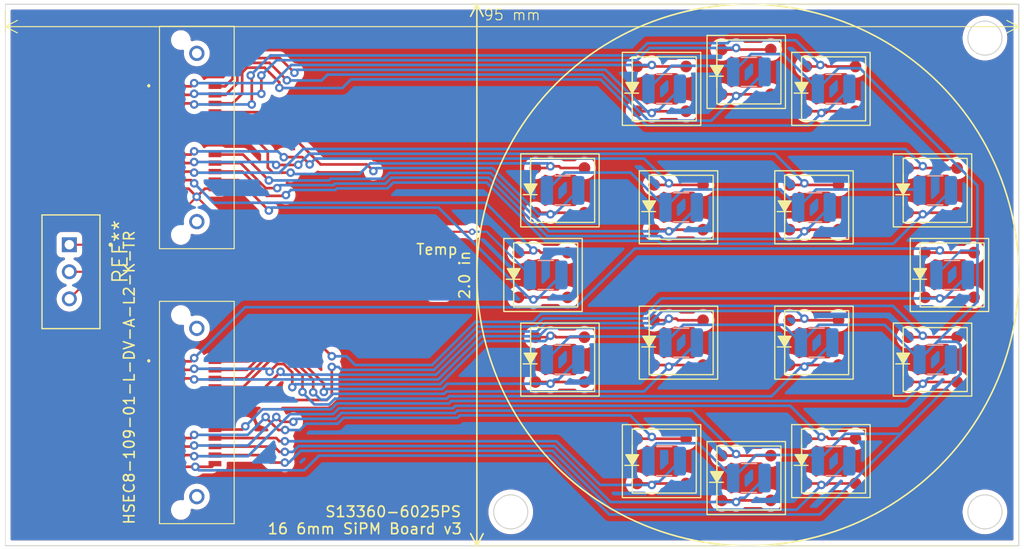
<source format=kicad_pcb>
(kicad_pcb (version 20241229) (generator "pcbnew") (generator_version "9.0")
  (layers (0 "F.Cu" signal) (2 "B.Cu" signal) (13 "F.Paste" user) (15 "B.Paste" user) (5 "F.SilkS" user "F.Silkscreen") (7 "B.SilkS" user "B.Silkscreen") (1 "F.Mask" user) (3 "B.Mask" user) (25 "Edge.Cuts" user))
  (net 0 "")
  (net 1 "0A")
  (net 2 "0C")
  (net 3 "1C")
  (net 4 "1A")
  (net 5 "2C")
  (net 6 "2A")
  (net 7 "3A")
  (net 8 "3C")
  (net 9 "4A")
  (net 10 "4C")
  (net 11 "5A")
  (net 12 "5C")
  (net 13 "6A")
  (net 14 "6C")
  (net 15 "7A")
  (net 16 "7C")
  (net 17 "GND")
  (net 18 "8A")
  (net 19 "8C")
  (net 20 "9A")
  (net 21 "9C")
  (net 22 "10A")
  (net 23 "10C")
  (net 24 "11A")
  (net 25 "11C")
  (net 26 "12A")
  (net 27 "12C")
  (net 28 "13A")
  (net 29 "13C")
  (net 30 "14A")
  (net 31 "14C")
  (net 32 "15A")
  (net 33 "15C")
  (net 34 "TMP_OUT")
  (net 35 "TMP_VDD")
  (footprint "" (layer "F.Cu") (at 195 104)
    (property "Reference" "")
    (property "Value" "")
  )
  (footprint "Symbol:diode_direction" (layer "F.Cu") (at 220.7 121.85 90)
    (property "Reference" "REF**" (hide yes))
    (property "Value" "diode_direction" (hide yes))
  )
  (footprint "SiPM:S13360-6025PE" (layer "F.Cu") (at 231.6375 120.2625)
    (property "Reference" "REF**10" (hide yes))
    (property "Value" "S13360-6025PE" (hide yes))
  )
  (footprint "SiPM:S13360-6025PE" (layer "F.Cu") (at 206.2375 94.8625)
    (property "Reference" "REF**10" (hide yes))
    (property "Value" "S13360-6025PE" (hide yes))
  )
  (footprint "Symbol:diode_direction" (layer "F.Cu") (at 228.6375 120.2625 90)
    (property "Reference" "REF**" (hide yes))
    (property "Value" "diode_direction" (hide yes))
  )
  (footprint "KiCad:HSEC810901LDVAL2KTR" (layer "F.Cu") (at 171.95 89.9 -90)
    (property "Reference" "J**" (hide yes))
    (property "Value" "HSEC810901LDVAL2KTR" (hide yes))
  )
  (footprint "Symbol:diode_direction" (layer "F.Cu") (at 203.2375 94.8625 90)
    (property "Reference" "REF**" (hide yes))
    (property "Value" "diode_direction" (hide yes))
  )
  (footprint "Symbol:diode_direction" (layer "F.Cu") (at 220.7 83.75 90)
    (property "Reference" "REF**" (hide yes))
    (property "Value" "diode_direction" (hide yes))
  )
  (footprint "" (layer "F.Cu") (at 195 101.8)
    (property "Reference" "")
    (property "Value" "")
  )
  (footprint "Symbol:diode_direction" (layer "F.Cu") (at 227.05 96.45 90)
    (property "Reference" "REF**" (hide yes))
    (property "Value" "diode_direction" (hide yes))
  )
  (footprint "Symbol:diode_direction" (layer "F.Cu") (at 201.65 102.8 90)
    (property "Reference" "REF**" (hide yes))
    (property "Value" "diode_direction" (hide yes))
  )
  (footprint "SiPM:S13360-6025PE" (layer "F.Cu") (at 231.6375 85.3375)
    (property "Reference" "REF**10" (hide yes))
    (property "Value" "S13360-6025PE" (hide yes))
  )
  (footprint "SiPM:S13360-6025PE" (layer "F.Cu") (at 204.65 102.8)
    (property "Reference" "REF**10" (hide yes))
    (property "Value" "S13360-6025PE" (hide yes))
  )
  (footprint "Symbol:diode_direction" (layer "F.Cu") (at 238.1625 110.7375 90)
    (property "Reference" "REF**" (hide yes))
    (property "Value" "diode_direction" (hide yes))
  )
  (footprint "Symbol:diode_direction" (layer "F.Cu") (at 227.05 109.15 90)
    (property "Reference" "REF**" (hide yes))
    (property "Value" "diode_direction" (hide yes))
  )
  (footprint "AMPMODU:TE_103414-1" (layer "F.Cu") (at 160 102.5 -90)
    (property "Reference" "REF**")
    (property "Value" "TE_103414-1")
  )
  (footprint "Symbol:diode_direction" (layer "F.Cu") (at 239.75 102.8 90)
    (property "Reference" "REF**" (hide yes))
    (property "Value" "diode_direction" (hide yes))
  )
  (footprint "SiPM:S13360-6025PE" (layer "F.Cu") (at 217.35 109.15)
    (property "Reference" "REF**10" (hide yes))
    (property "Value" "S13360-6025PE" (hide yes))
  )
  (footprint "SiPM:S13360-6025PE" (layer "F.Cu") (at 217.35 96.45)
    (property "Reference" "REF**10" (hide yes))
    (property "Value" "S13360-6025PE" (hide yes))
  )
  (footprint "" (layer "F.Cu") (at 194.35 104)
    (property "Reference" "")
    (property "Value" "")
  )
  (footprint "SiPM:S13360-6025PE" (layer "F.Cu") (at 206.2375 110.7375)
    (property "Reference" "REF**10" (hide yes))
    (property "Value" "S13360-6025PE" (hide yes))
  )
  (footprint "SiPM:S13360-6025PE" (layer "F.Cu") (at 223.7 83.75)
    (property "Reference" "REF**10" (hide yes))
    (property "Value" "S13360-6025PE" (hide yes))
  )
  (footprint "SiPM:S13360-6025PE" (layer "F.Cu") (at 223.7 121.85)
    (property "Reference" "REF**10" (hide yes))
    (property "Value" "S13360-6025PE" (hide yes))
  )
  (footprint "Symbol:diode_direction" (layer "F.Cu") (at 238.1625 94.8625 90)
    (property "Reference" "REF**" (hide yes))
    (property "Value" "diode_direction" (hide yes))
  )
  (footprint "SiPM:S13360-6025PE" (layer "F.Cu") (at 241.1625 94.8625)
    (property "Reference" "REF**10" (hide yes))
    (property "Value" "S13360-6025PE" (hide yes))
  )
  (footprint "SiPM:S13360-6025PE" (layer "F.Cu") (at 242.75 102.8)
    (property "Reference" "REF**10" (hide yes))
    (property "Value" "S13360-6025PE" (hide yes))
  )
  (footprint "Symbol:diode_direction" (layer "F.Cu") (at 228.6375 85.3375 90)
    (property "Reference" "REF**" (hide yes))
    (property "Value" "diode_direction" (hide yes))
  )
  (footprint "Symbol:diode_direction" (layer "F.Cu") (at 212.7625 85.3375 90)
    (property "Reference" "REF**" (hide yes))
    (property "Value" "diode_direction" (hide yes))
  )
  (footprint "SiPM:S13360-6025PE" (layer "F.Cu") (at 241.1625 110.7375)
    (property "Reference" "REF**10" (hide yes))
    (property "Value" "S13360-6025PE" (hide yes))
  )
  (footprint "SiPM:S13360-6025PE" (layer "F.Cu") (at 230.05 96.45)
    (property "Reference" "REF**10" (hide yes))
    (property "Value" "S13360-6025PE" (hide yes))
  )
  (footprint "Symbol:diode_direction" (layer "F.Cu") (at 214.35 109.15 90)
    (property "Reference" "REF**" (hide yes))
    (property "Value" "diode_direction" (hide yes))
  )
  (footprint "" (layer "F.Cu") (at 193.7 104)
    (property "Reference" "")
    (property "Value" "")
  )
  (footprint "Symbol:diode_direction" (layer "F.Cu") (at 212.7625 120.2625 90)
    (property "Reference" "REF**" (hide yes))
    (property "Value" "diode_direction" (hide yes))
  )
  (footprint "KiCad:HSEC810901LDVAL2KTR" (layer "F.Cu") (at 171.95 115.7 -90)
    (property "Reference" "J**" (hide yes))
    (property "Value" "HSEC810901LDVAL2KTR" (hide yes))
  )
  (footprint "SiPM:S13360-6025PE" (layer "F.Cu") (at 215.7625 120.2625)
    (property "Reference" "REF**10" (hide yes))
    (property "Value" "S13360-6025PE" (hide yes))
  )
  (footprint "Symbol:diode_direction" (layer "F.Cu") (at 203.2375 110.7375 90)
    (property "Reference" "REF**" (hide yes))
    (property "Value" "diode_direction" (hide yes))
  )
  (footprint "Symbol:diode_direction" (layer "F.Cu") (at 214.35 96.45 90)
    (property "Reference" "REF**" (hide yes))
    (property "Value" "diode_direction" (hide yes))
  )
  (footprint "SiPM:S13360-6025PE" (layer "F.Cu") (at 215.7625 85.3375)
    (property "Reference" "REF**10" (hide yes))
    (property "Value" "S13360-6025PE" (hide yes))
  )
  (footprint "" (layer "F.Cu") (at 193.7 101.8)
    (property "Reference" "")
    (property "Value" "")
  )
  (footprint "SiPM:S13360-6025PE" (layer "F.Cu") (at 230.05 109.15)
    (property "Reference" "REF**10" (hide yes))
    (property "Value" "S13360-6025PE" (hide yes))
  )
  (footprint "Capacitor_SMD:C_1210_3225Metric" (layer "B.Cu") (at 229.8 96.45)
    (property "Reference" "10 nF" (hide yes))
    (property "Value" "C_1210_3225Metric" (hide yes))
  )
  (footprint "Capacitor_SMD:C_1210_3225Metric" (layer "B.Cu") (at 217.35 109.15)
    (property "Reference" "10 nF" (hide yes))
    (property "Value" "C_1210_3225Metric" (hide yes))
  )
  (footprint "Capacitor_SMD:C_1210_3225Metric" (layer "B.Cu") (at 242.75 102.8)
    (property "Reference" "10 nF" (hide yes))
    (property "Value" "C_1210_3225Metric" (hide yes))
  )
  (footprint "Capacitor_SMD:C_1210_3225Metric" (layer "B.Cu") (at 230.05 109.15)
    (property "Reference" "10 nF" (hide yes))
    (property "Value" "C_1210_3225Metric" (hide yes))
  )
  (footprint "Capacitor_SMD:C_1210_3225Metric" (layer "B.Cu") (at 204.65 102.8)
    (property "Reference" "10 nF" (hide yes))
    (property "Value" "C_1210_3225Metric" (hide yes))
  )
  (footprint "Capacitor_SMD:C_1210_3225Metric" (layer "B.Cu") (at 231.6375 120.2625)
    (property "Reference" "10 nF" (hide yes))
    (property "Value" "C_1210_3225Metric" (hide yes))
  )
  (footprint "Capacitor_SMD:C_1210_3225Metric" (layer "B.Cu") (at 206.2375 94.8625)
    (property "Reference" "10 nF" (hide yes))
    (property "Value" "C_1210_3225Metric" (hide yes))
  )
  (footprint "Capacitor_SMD:C_1210_3225Metric" (layer "B.Cu") (at 231.6375 85.3375)
    (property "Reference" "10 nF" (hide yes))
    (property "Value" "C_1210_3225Metric" (hide yes))
  )
  (footprint "Capacitor_SMD:C_1210_3225Metric" (layer "B.Cu") (at 223.7 83.75)
    (property "Reference" "10 nF" (hide yes))
    (property "Value" "C_1210_3225Metric" (hide yes))
  )
  (footprint "Capacitor_SMD:C_1210_3225Metric" (layer "B.Cu") (at 217.35 96.45)
    (property "Reference" "10 nF" (hide yes))
    (property "Value" "C_1210_3225Metric" (hide yes))
  )
  (footprint "Capacitor_SMD:C_1210_3225Metric" (layer "B.Cu") (at 215.7625 120.2625)
    (property "Reference" "10 nF" (hide yes))
    (property "Value" "C_1210_3225Metric" (hide yes))
  )
  (footprint "Capacitor_SMD:C_1210_3225Metric" (layer "B.Cu") (at 241.1625 110.7375)
    (property "Reference" "10 nF" (hide yes))
    (property "Value" "C_1210_3225Metric" (hide yes))
  )
  (footprint "Capacitor_SMD:C_1210_3225Metric" (layer "B.Cu") (at 206.2375 110.7375)
    (property "Reference" "10 nF" (hide yes))
    (property "Value" "C_1210_3225Metric" (hide yes))
  )
  (footprint "Capacitor_SMD:C_1210_3225Metric" (layer "B.Cu") (at 223.7 121.85)
    (property "Reference" "10 nF" (hide yes))
    (property "Value" "C_1210_3225Metric" (hide yes))
  )
  (footprint "Capacitor_SMD:C_1210_3225Metric" (layer "B.Cu") (at 215.7625 85.3375)
    (property "Reference" "10 nF" (hide yes))
    (property "Value" "C_1210_3225Metric" (hide yes))
  )
  (footprint "Capacitor_SMD:C_1210_3225Metric" (layer "B.Cu") (at 241.1625 94.8625)
    (property "Reference" "10 nF" (hide yes))
    (property "Value" "C_1210_3225Metric" (hide yes))
  )
  (gr_circle (center 223.6 102.8) (end 249 102.8) (stroke (width 0.15)) (fill no) (layer "F.SilkS"))
  (gr_line (start 154 128.2) (end 249 128.2) (stroke (width 0.1)) (layer "Edge.Cuts"))
  (gr_circle (center 245.825 125.025) (end 247.425 125.025) (stroke (width 0.1)) (fill no) (layer "Edge.Cuts"))
  (gr_circle (center 245.825 80.575) (end 247.425 80.575) (stroke (width 0.1)) (fill no) (layer "Edge.Cuts"))
  (gr_circle (center 201.375 125.025) (end 202.975 125.025) (stroke (width 0.1)) (fill no) (layer "Edge.Cuts"))
  (gr_line (start 154 128.2) (end 154 77.4) (stroke (width 0.05)) (layer "Edge.Cuts"))
  (gr_line (start 249 77.4) (end 249 128.2) (stroke (width 0.1)) (layer "Edge.Cuts"))
  (gr_line (start 154 77.4) (end 249 77.4) (stroke (width 0.1)) (layer "Edge.Cuts"))
  (gr_text "S13360-6025PS" (at 183.9 125.6 0) (layer "F.SilkS") (effects (font (size 1 1)) (justify left bottom)))
  (gr_text "Temp" (at 194.45 100.4 0) (layer "F.SilkS") (effects (font (size 1 1))))
  (gr_text "16 6mm SiPM Board v3" (at 178.5 127.2 0) (layer "F.SilkS") (effects (font (size 1 1)) (justify left bottom)))
  (gr_text "HSEC8-109-01-L-DV-A-L2-K-TR" (at 166.2 126.3 90) (layer "F.SilkS") (effects (font (size 1 1)) (justify left bottom)))
  (dimension (type aligned) (layer "F.SilkS") (pts (xy 249 128.2) (xy 249 77.4)) (height -50.8) (format (prefix "") (suffix "") (units 0) (units_format 1) (precision 1)) (style (thickness 0.15) (arrow_length 1.27) (text_position_mode 0) (arrow_direction outward) (extension_height 0.58642) (extension_offset 0.5) (keep_text_aligned yes)) (gr_text "2.0 in" (at 197.05 102.8 90) (layer "F.SilkS") (effects (font (size 1 1) (thickness 0.15)))))
  (dimension (type orthogonal) (layer "F.SilkS") (pts (xy 249 77.4) (xy 154 77.5)) (height 2.1) (orientation 0) (format (prefix "") (suffix "") (units 3) (units_format 1) (precision 4) (suppress_zeroes yes)) (style (thickness 0.1) (arrow_length 1.27) (text_position_mode 0) (arrow_direction outward) (extension_height 0.58642) (extension_offset 0.5) (keep_text_aligned yes)) (gr_text "95 mm" (at 201.5 78.4 0) (layer "F.SilkS") (effects (font (size 1 1) (thickness 0.1)))))
  (segment (start 214.6 87.6) (end 214.7625 87.4375) (width 0.25) (layer "F.Cu") (net 1))
  (segment (start 213.2125 87.4375) (end 214.4375 87.4375) (width 0.25) (layer "F.Cu") (net 1))
  (segment (start 175.3 83.427208) (end 175.3 84.4) (width 0.25) (layer "F.Cu") (net 1))
  (segment (start 175.3 84.4) (end 174.6 85.1) (width 0.25) (layer "F.Cu") (net 1))
  (segment (start 214.4375 87.4375) (end 214.6 87.6) (width 0.25) (layer "F.Cu") (net 1))
  (segment (start 173.75 85) (end 173.65 85.1) (width 0.25) (layer "F.Cu") (net 1))
  (segment (start 179.725 82.45) (end 176.277208 82.45) (width 0.25) (layer "F.Cu") (net 1))
  (segment (start 214.7625 87.4375) (end 217.8125 87.4375) (width 0.25) (layer "F.Cu") (net 1))
  (segment (start 174.6 85.1) (end 173.65 85.1) (width 0.25) (layer "F.Cu") (net 1))
  (segment (start 176.277208 82.45) (end 175.3 83.427208) (width 0.25) (layer "F.Cu") (net 1))
  (segment (start 181.100153 83.825153) (end 179.725 82.45) (width 0.25) (layer "F.Cu") (net 1))
  (via (at 181.100153 83.825153) (size 0.8) (drill 0.4) (layers "F.Cu" "B.Cu") (net 1))
  (via (at 214.6 87.6) (size 0.8) (drill 0.4) (layers "F.Cu" "B.Cu") (net 1))
  (segment (start 215.275 87.3) (end 217.2375 85.3375) (width 0.25) (layer "B.Cu") (net 1))
  (segment (start 181.375306 83.55) (end 181.100153 83.825153) (width 0.25) (layer "B.Cu") (net 1))
  (segment (start 214.6 87.6) (end 214.3049 87.6) (width 0.25) (layer "B.Cu") (net 1))
  (segment (start 214.3049 87.6) (end 210.2549 83.55) (width 0.25) (layer "B.Cu") (net 1))
  (segment (start 214.6 87.6) (end 214.9 87.3) (width 0.25) (layer "B.Cu") (net 1))
  (segment (start 210.2549 83.55) (end 208.7 83.55) (width 0.25) (layer "B.Cu") (net 1))
  (segment (start 183.2 83.55) (end 181.375306 83.55) (width 0.25) (layer "B.Cu") (net 1))
  (segment (start 208.7 83.55) (end 183.2 83.55) (width 0.25) (layer "B.Cu") (net 1))
  (segment (start 214.9 87.3) (end 215.275 87.3) (width 0.25) (layer "B.Cu") (net 1))
  (segment (start 214.7375 83.2375) (end 217.8125 83.2375) (width 0.25) (layer "F.Cu") (net 2))
  (segment (start 213.2125 83.2375) (end 214.4625 83.2375) (width 0.25) (layer "F.Cu") (net 2))
  (segment (start 170.25 85.1) (end 171.4 85.1) (width 0.25) (layer "F.Cu") (net 2))
  (segment (start 214.4625 83.2375) (end 214.6 83.1) (width 0.25) (layer "F.Cu") (net 2))
  (segment (start 214.6 83.1) (end 214.7375 83.2375) (width 0.25) (layer "F.Cu") (net 2))
  (segment (start 171.4 85.1) (end 171.7 84.8) (width 0.25) (layer "F.Cu") (net 2))
  (via (at 171.7 84.8) (size 0.8) (drill 0.4) (layers "F.Cu" "B.Cu") (net 2))
  (via (at 214.6 83.1) (size 0.8) (drill 0.4) (layers "F.Cu" "B.Cu") (net 2))
  (segment (start 180.8 83.1) (end 179.1 84.8) (width 0.25) (layer "B.Cu") (net 2))
  (segment (start 171.7 84.8) (end 179.1 84.8) (width 0.25) (layer "B.Cu") (net 2))
  (segment (start 214.6 83.1) (end 180.8 83.1) (width 0.25) (layer "B.Cu") (net 2))
  (segment (start 171.600003 85.9) (end 171.7 85.800003) (width 0.25) (layer "F.Cu") (net 3))
  (segment (start 221.15 81.65) (end 222.35 81.65) (width 0.25) (layer "F.Cu") (net 3))
  (segment (start 222.5 81.5) (end 222.65 81.65) (width 0.25) (layer "F.Cu") (net 3))
  (segment (start 178 84.075) (end 178 85.8) (width 0.25) (layer "F.Cu") (net 3))
  (segment (start 222.35 81.65) (end 222.5 81.5) (width 0.25) (layer "F.Cu") (net 3))
  (segment (start 222.65 81.65) (end 225.75 81.65) (width 0.25) (layer "F.Cu") (net 3))
  (segment (start 170.25 85.9) (end 171.600003 85.9) (width 0.25) (layer "F.Cu") (net 3))
  (via (at 222.5 81.5) (size 0.8) (drill 0.4) (layers "F.Cu" "B.Cu") (net 3))
  (via (at 171.7 85.800003) (size 0.8) (drill 0.4) (layers "F.Cu" "B.Cu") (net 3))
  (via (at 178 84.075) (size 0.8) (drill 0.4) (layers "F.Cu" "B.Cu") (net 3))
  (via (at 178 85.8) (size 0.8) (drill 0.4) (layers "F.Cu" "B.Cu") (net 3))
  (segment (start 171.7 85.800003) (end 177.999997 85.800003) (width 0.25) (layer "B.Cu") (net 3))
  (segment (start 214.75 81.5) (end 214.377208 81.5) (width 0.25) (layer "B.Cu") (net 3))
  (segment (start 213.227208 82.65) (end 211.6 82.65) (width 0.25) (layer "B.Cu") (net 3))
  (segment (start 211.6 82.65) (end 179.425 82.65) (width 0.25) (layer "B.Cu") (net 3))
  (segment (start 177.999997 85.800003) (end 178 85.8) (width 0.25) (layer "B.Cu") (net 3))
  (segment (start 222.5 81.5) (end 214.75 81.5) (width 0.25) (layer "B.Cu") (net 3))
  (segment (start 179.425 82.65) (end 178 84.075) (width 0.25) (layer "B.Cu") (net 3))
  (segment (start 214.377208 81.5) (end 213.227208 82.65) (width 0.25) (layer "B.Cu") (net 3))
  (segment (start 178.760783 82.9) (end 176.463604 82.9) (width 0.25) (layer "F.Cu") (net 4))
  (segment (start 222.35 85.85) (end 222.5 86) (width 0.25) (layer "F.Cu") (net 4))
  (segment (start 176.463604 82.9) (end 175.75 83.613604) (width 0.25) (layer "F.Cu") (net 4))
  (segment (start 174.65 85.9) (end 173.65 85.9) (width 0.25) (layer "F.Cu") (net 4))
  (segment (start 221.15 85.85) (end 222.35 85.85) (width 0.25) (layer "F.Cu") (net 4))
  (segment (start 175.75 84.8) (end 174.65 85.9) (width 0.25) (layer "F.Cu") (net 4))
  (segment (start 222.5 86) (end 222.65 85.85) (width 0.25) (layer "F.Cu") (net 4))
  (segment (start 180.393044 84.532261) (end 178.760783 82.9) (width 0.25) (layer "F.Cu") (net 4))
  (segment (start 175.75 83.613604) (end 175.75 84.8) (width 0.25) (layer "F.Cu") (net 4))
  (segment (start 222.65 85.85) (end 225.75 85.85) (width 0.25) (layer "F.Cu") (net 4))
  (via (at 180.393044 84.532261) (size 0.8) (drill 0.4) (layers "F.Cu" "B.Cu") (net 4))
  (via (at 222.5 86) (size 0.8) (drill 0.4) (layers "F.Cu" "B.Cu") (net 4))
  (segment (start 220.175 88.325) (end 214.299695 88.325) (width 0.25) (layer "B.Cu") (net 4))
  (segment (start 180.410936 84.550153) (end 180.393044 84.532261) (width 0.25) (layer "B.Cu") (net 4))
  (segment (start 184.2 84) (end 183.649847 84.550153) (width 0.25) (layer "B.Cu") (net 4))
  (segment (start 222.5 86) (end 220.175 88.325) (width 0.25) (layer "B.Cu") (net 4))
  (segment (start 214.299695 88.325) (end 209.974695 84) (width 0.25) (layer "B.Cu") (net 4))
  (segment (start 183.649847 84.550153) (end 180.410936 84.550153) (width 0.25) (layer "B.Cu") (net 4))
  (segment (start 222.925 86) (end 225.175 83.75) (width 0.25) (layer "B.Cu") (net 4))
  (segment (start 222.5 86) (end 222.925 86) (width 0.25) (layer "B.Cu") (net 4))
  (segment (start 209.974695 84) (end 209.6 84) (width 0.25) (layer "B.Cu") (net 4))
  (segment (start 209.6 84) (end 184.2 84) (width 0.25) (layer "B.Cu") (net 4))
  (segment (start 230.4 83.1) (end 230.9 83.1) (width 0.25) (layer "F.Cu") (net 5))
  (segment (start 171.599994 86.7) (end 171.7 86.800006) (width 0.25) (layer "F.Cu") (net 5))
  (segment (start 170.25 86.7) (end 171.599994 86.7) (width 0.25) (layer "F.Cu") (net 5))
  (segment (start 230.2625 83.2375) (end 230.4 83.1) (width 0.25) (layer "F.Cu") (net 5))
  (segment (start 230.9 83.1) (end 231.0375 83.2375) (width 0.25) (layer "F.Cu") (net 5))
  (segment (start 177.1 86.8) (end 177.1 84.175003) (width 0.25) (layer "F.Cu") (net 5))
  (segment (start 231.0375 83.2375) (end 233.6875 83.2375) (width 0.25) (layer "F.Cu") (net 5))
  (segment (start 177.1 84.175003) (end 176.999997 84.075) (width 0.25) (layer "F.Cu") (net 5))
  (segment (start 229.0875 83.2375) (end 230.2625 83.2375) (width 0.25) (layer "F.Cu") (net 5))
  (via (at 177.1 86.8) (size 0.8) (drill 0.4) (layers "F.Cu" "B.Cu") (net 5))
  (via (at 176.999997 84.075) (size 0.8) (drill 0.4) (layers "F.Cu" "B.Cu") (net 5))
  (via (at 230.4 83.1) (size 0.8) (drill 0.4) (layers "F.Cu" "B.Cu") (net 5))
  (via (at 171.7 86.800006) (size 0.8) (drill 0.4) (layers "F.Cu" "B.Cu") (net 5))
  (segment (start 177.099994 86.800006) (end 177.1 86.8) (width 0.25) (layer "B.Cu") (net 5))
  (segment (start 171.7 86.800006) (end 177.099994 86.800006) (width 0.25) (layer "B.Cu") (net 5))
  (segment (start 228.075 80.775) (end 230.4 83.1) (width 0.25) (layer "B.Cu") (net 5))
  (segment (start 213.040812 82.2) (end 214.190812 81.05) (width 0.25) (layer "B.Cu") (net 5))
  (segment (start 221.7 81.05) (end 221.975 80.775) (width 0.25) (layer "B.Cu") (net 5))
  (segment (start 221.975 80.775) (end 228.075 80.775) (width 0.25) (layer "B.Cu") (net 5))
  (segment (start 214.190812 81.05) (end 221.7 81.05) (width 0.25) (layer "B.Cu") (net 5))
  (segment (start 176.999997 84.049698) (end 178.849695 82.2) (width 0.25) (layer "B.Cu") (net 5))
  (segment (start 176.999997 84.075) (end 176.999997 84.049698) (width 0.25) (layer "B.Cu") (net 5))
  (segment (start 178.849695 82.2) (end 213.040812 82.2) (width 0.25) (layer "B.Cu") (net 5))
  (segment (start 178.300305 83.35) (end 176.65 83.35) (width 0.25) (layer "F.Cu") (net 6))
  (segment (start 176.2 85.8) (end 175.3 86.7) (width 0.25) (layer "F.Cu") (net 6))
  (segment (start 229.0875 87.4375) (end 230.3375 87.4375) (width 0.25) (layer "F.Cu") (net 6))
  (segment (start 230.9 87.6) (end 231.0625 87.4375) (width 0.25) (layer "F.Cu") (net 6))
  (segment (start 230.5 87.6) (end 230.9 87.6) (width 0.25) (layer "F.Cu") (net 6))
  (segment (start 230.3375 87.4375) (end 230.5 87.6) (width 0.25) (layer "F.Cu") (net 6))
  (segment (start 179.685936 84.735631) (end 178.300305 83.35) (width 0.25) (layer "F.Cu") (net 6))
  (segment (start 179.685936 85.23937) (end 179.685936 84.735631) (width 0.25) (layer "F.Cu") (net 6))
  (segment (start 175.3 86.7) (end 173.65 86.7) (width 0.25) (layer "F.Cu") (net 6))
  (segment (start 176.65 83.35) (end 176.2 83.8) (width 0.25) (layer "F.Cu") (net 6))
  (segment (start 176.2 83.8) (end 176.2 85.8) (width 0.25) (layer "F.Cu") (net 6))
  (segment (start 231.0625 87.4375) (end 233.6875 87.4375) (width 0.25) (layer "F.Cu") (net 6))
  (via (at 230.5 87.6) (size 0.8) (drill 0.4) (layers "F.Cu" "B.Cu") (net 6))
  (via (at 179.685936 85.23937) (size 0.8) (drill 0.4) (layers "F.Cu" "B.Cu") (net 6))
  (segment (start 230.5 87.6) (end 230.8 87.3) (width 0.25) (layer "B.Cu") (net 6))
  (segment (start 229.325 88.775) (end 219.988604 88.775) (width 0.25) (layer "B.Cu") (net 6))
  (segment (start 230.8 87.3) (end 231.15 87.3) (width 0.25) (layer "B.Cu") (net 6))
  (segment (start 214.113299 88.775) (end 212.469149 87.13085) (width 0.25) (layer "B.Cu") (net 6))
  (segment (start 186.4 84.45) (end 185.592739 85.257261) (width 0.25) (layer "B.Cu") (net 6))
  (segment (start 209.788299 84.45) (end 208.7 84.45) (width 0.25) (layer "B.Cu") (net 6))
  (segment (start 230.5 87.6) (end 229.325 88.775) (width 0.25) (layer "B.Cu") (net 6))
  (segment (start 208.7 84.45) (end 186.4 84.45) (width 0.25) (layer "B.Cu") (net 6))
  (segment (start 179.703827 85.257261) (end 179.685936 85.23937) (width 0.25) (layer "B.Cu") (net 6))
  (segment (start 231.15 87.3) (end 233.1125 85.3375) (width 0.25) (layer "B.Cu") (net 6))
  (segment (start 219.988604 88.775) (end 214.113299 88.775) (width 0.25) (layer "B.Cu") (net 6))
  (segment (start 185.592739 85.257261) (end 179.703827 85.257261) (width 0.25) (layer "B.Cu") (net 6))
  (segment (start 212.469149 87.13085) (end 209.788299 84.45) (width 0.25) (layer "B.Cu") (net 6))
  (segment (start 178.650305 87.525) (end 173.675 87.525) (width 0.25) (layer "F.Cu") (net 7))
  (segment (start 183.550769 92.425464) (end 178.650305 87.525) (width 0.25) (layer "F.Cu") (net 7))
  (segment (start 204.9625 96.9625) (end 205.1 97.1) (width 0.25) (layer "F.Cu") (net 7))
  (segment (start 203.6875 96.9625) (end 204.9625 96.9625) (width 0.25) (layer "F.Cu") (net 7))
  (segment (start 183.550769 92.425464) (end 187.875464 92.425464) (width 0.25) (layer "F.Cu") (net 7))
  (segment (start 173.675 87.525) (end 173.65 87.5) (width 0.25) (layer "F.Cu") (net 7))
  (segment (start 205.2375 96.9625) (end 208.2875 96.9625) (width 0.25) (layer "F.Cu") (net 7))
  (segment (start 187.875464 92.425464) (end 188.500153 93.050153) (width 0.25) (layer "F.Cu") (net 7))
  (segment (start 205.1 97.1) (end 205.2375 96.9625) (width 0.25) (layer "F.Cu") (net 7))
  (via (at 205.1 97.1) (size 0.8) (drill 0.4) (layers "F.Cu" "B.Cu") (net 7))
  (via (at 188.500153 93.050153) (size 0.8) (drill 0.4) (layers "F.Cu" "B.Cu") (net 7))
  (segment (start 205.1 97.1) (end 205.475 97.1) (width 0.25) (layer "B.Cu") (net 7))
  (segment (start 199.2 92.775) (end 188.775306 92.775) (width 0.25) (layer "B.Cu") (net 7))
  (segment (start 188.775306 92.775) (end 188.500153 93.050153) (width 0.25) (layer "B.Cu") (net 7))
  (segment (start 205.1 97.1) (end 204 97.1) (width 0.25) (layer "B.Cu") (net 7))
  (segment (start 199.675 92.775) (end 199.2 92.775) (width 0.25) (layer "B.Cu") (net 7))
  (segment (start 204 97.1) (end 199.675 92.775) (width 0.25) (layer "B.Cu") (net 7))
  (segment (start 205.475 97.1) (end 207.7125 94.8625) (width 0.25) (layer "B.Cu") (net 7))
  (segment (start 178.6 91.2) (end 175.8 88.4) (width 0.25) (layer "F.Cu") (net 8))
  (segment (start 206.0625 92.7625) (end 208.2875 92.7625) (width 0.25) (layer "F.Cu") (net 8))
  (segment (start 175.8 88.4) (end 171.15 88.4) (width 0.25) (layer "F.Cu") (net 8))
  (segment (start 171.15 88.4) (end 170.25 87.5) (width 0.25) (layer "F.Cu") (net 8))
  (segment (start 204.9375 92.7625) (end 205.1 92.6) (width 0.25) (layer "F.Cu") (net 8))
  (segment (start 178.6 92.712958) (end 178.6 91.2) (width 0.25) (layer "F.Cu") (net 8))
  (segment (start 205.1 92.6) (end 205.9 92.6) (width 0.25) (layer "F.Cu") (net 8))
  (segment (start 179.087042 93.2) (end 178.6 92.712958) (width 0.25) (layer "F.Cu") (net 8))
  (segment (start 205.9 92.6) (end 206.0625 92.7625) (width 0.25) (layer "F.Cu") (net 8))
  (segment (start 203.6875 92.7625) (end 204.9375 92.7625) (width 0.25) (layer "F.Cu") (net 8))
  (segment (start 180.73595 93.2) (end 179.087042 93.2) (width 0.25) (layer "F.Cu") (net 8))
  (via (at 180.73595 93.2) (size 0.8) (drill 0.4) (layers "F.Cu" "B.Cu") (net 8))
  (via (at 205.1 92.6) (size 0.8) (drill 0.4) (layers "F.Cu" "B.Cu") (net 8))
  (segment (start 188.2 92.325) (end 187.2 93.325) (width 0.25) (layer "B.Cu") (net 8))
  (segment (start 180.86095 93.325) (end 180.73595 93.2) (width 0.25) (layer "B.Cu") (net 8))
  (segment (start 205.1 92.6) (end 204.825 92.325) (width 0.25) (layer "B.Cu") (net 8))
  (segment (start 204.825 92.325) (end 188.2 92.325) (width 0.25) (layer "B.Cu") (net 8))
  (segment (start 187.2 93.325) (end 180.86095 93.325) (width 0.25) (layer "B.Cu") (net 8))
  (segment (start 214.8 98.55) (end 216.05 98.55) (width 0.25) (layer "F.Cu") (net 9))
  (segment (start 216.05 98.55) (end 216.2 98.7) (width 0.25) (layer "F.Cu") (net 9))
  (segment (start 178.703468 93.925) (end 176.278468 91.5) (width 0.25) (layer "F.Cu") (net 9))
  (segment (start 216.2 98.7) (end 216.35 98.55) (width 0.25) (layer "F.Cu") (net 9))
  (segment (start 176.278468 91.5) (end 173.65 91.5) (width 0.25) (layer "F.Cu") (net 9))
  (segment (start 216.35 98.55) (end 219.4 98.55) (width 0.25) (layer "F.Cu") (net 9))
  (via (at 216.2 98.7) (size 0.8) (drill 0.4) (layers "F.Cu" "B.Cu") (net 9))
  (via (at 178.703468 93.925) (size 0.8) (drill 0.4) (layers "F.Cu" "B.Cu") (net 9))
  (segment (start 216.2 98.7) (end 216.575 98.7) (width 0.25) (layer "B.Cu") (net 9))
  (segment (start 199.488604 93.225) (end 190 93.225) (width 0.25) (layer "B.Cu") (net 9))
  (segment (start 204.963604 98.7) (end 199.488604 93.225) (width 0.25) (layer "B.Cu") (net 9))
  (segment (start 184.5 93.775) (end 184.35 93.925) (width 0.25) (layer "B.Cu") (net 9))
  (segment (start 190 93.225) (end 189.45 93.775) (width 0.25) (layer "B.Cu") (net 9))
  (segment (start 189.45 93.775) (end 184.5 93.775) (width 0.25) (layer "B.Cu") (net 9))
  (segment (start 216.575 98.7) (end 218.825 96.45) (width 0.25) (layer "B.Cu") (net 9))
  (segment (start 216.2 98.7) (end 204.963604 98.7) (width 0.25) (layer "B.Cu") (net 9))
  (segment (start 184.35 93.925) (end 178.703468 93.925) (width 0.25) (layer "B.Cu") (net 9))
  (segment (start 216.05 94.35) (end 216.2 94.2) (width 0.25) (layer "F.Cu") (net 10))
  (segment (start 216.2 94.2) (end 216.35 94.35) (width 0.25) (layer "F.Cu") (net 10))
  (segment (start 181.837653 91.737653) (end 182.525306 92.425306) (width 0.25) (layer "F.Cu") (net 10))
  (segment (start 216.35 94.35) (end 219.4 94.35) (width 0.25) (layer "F.Cu") (net 10))
  (segment (start 170.25 91.5) (end 171.4 91.5) (width 0.25) (layer "F.Cu") (net 10))
  (segment (start 180.112948 91.737653) (end 181.837653 91.737653) (width 0.25) (layer "F.Cu") (net 10))
  (segment (start 214.8 94.35) (end 216.05 94.35) (width 0.25) (layer "F.Cu") (net 10))
  (segment (start 180.100601 91.75) (end 180.112948 91.737653) (width 0.25) (layer "F.Cu") (net 10))
  (segment (start 171.4 91.5) (end 171.7 91.2) (width 0.25) (layer "F.Cu") (net 10))
  (via (at 216.2 94.2) (size 0.8) (drill 0.4) (layers "F.Cu" "B.Cu") (net 10))
  (via (at 182.525306 92.425306) (size 0.8) (drill 0.4) (layers "F.Cu" "B.Cu") (net 10))
  (via (at 171.7 91.2) (size 0.8) (drill 0.4) (layers "F.Cu" "B.Cu") (net 10))
  (via (at 180.100601 91.75) (size 0.8) (drill 0.4) (layers "F.Cu" "B.Cu") (net 10))
  (segment (start 171.7 91.2) (end 179.550601 91.2) (width 0.25) (layer "B.Cu") (net 10))
  (segment (start 213.875 91.875) (end 216.2 94.2) (width 0.25) (layer "B.Cu") (net 10))
  (segment (start 182.525306 92.425306) (end 183.075612 91.875) (width 0.25) (layer "B.Cu") (net 10))
  (segment (start 179.550601 91.2) (end 180.100601 91.75) (width 0.25) (layer "B.Cu") (net 10))
  (segment (start 183.075612 91.875) (end 213.875 91.875) (width 0.25) (layer "B.Cu") (net 10))
  (segment (start 228.9 98.7) (end 229.3 98.7) (width 0.25) (layer "F.Cu") (net 11))
  (segment (start 229.45 98.55) (end 232.1 98.55) (width 0.25) (layer "F.Cu") (net 11))
  (segment (start 178.403163 94.65) (end 176.053163 92.3) (width 0.25) (layer "F.Cu") (net 11))
  (segment (start 228.75 98.55) (end 228.9 98.7) (width 0.25) (layer "F.Cu") (net 11))
  (segment (start 227.5 98.55) (end 228.75 98.55) (width 0.25) (layer "F.Cu") (net 11))
  (segment (start 176.053163 92.3) (end 173.65 92.3) (width 0.25) (layer "F.Cu") (net 11))
  (segment (start 179.485761 94.65) (end 178.403163 94.65) (width 0.25) (layer "F.Cu") (net 11))
  (segment (start 229.3 98.7) (end 229.45 98.55) (width 0.25) (layer "F.Cu") (net 11))
  (via (at 179.485761 94.65) (size 0.8) (drill 0.4) (layers "F.Cu" "B.Cu") (net 11))
  (via (at 228.9 98.7) (size 0.8) (drill 0.4) (layers "F.Cu" "B.Cu") (net 11))
  (segment (start 215.4 99.15) (end 204.777208 99.15) (width 0.25) (layer "B.Cu") (net 11))
  (segment (start 204.777208 99.15) (end 199.302208 93.675) (width 0.25) (layer "B.Cu") (net 11))
  (segment (start 229.2 98.4) (end 229.325 98.4) (width 0.25) (layer "B.Cu") (net 11))
  (segment (start 228.9 98.7) (end 229.2 98.4) (width 0.25) (layer "B.Cu") (net 11))
  (segment (start 228.9 98.7) (end 228.175 99.425) (width 0.25) (layer "B.Cu") (net 11))
  (segment (start 184.9 94.225) (end 184.75 94.375) (width 0.25) (layer "B.Cu") (net 11))
  (segment (start 199.302208 93.675) (end 190.186396 93.675) (width 0.25) (layer "B.Cu") (net 11))
  (segment (start 179.760761 94.375) (end 179.485761 94.65) (width 0.25) (layer "B.Cu") (net 11))
  (segment (start 228.175 99.425) (end 215.675 99.425) (width 0.25) (layer "B.Cu") (net 11))
  (segment (start 229.325 98.4) (end 231.275 96.45) (width 0.25) (layer "B.Cu") (net 11))
  (segment (start 190.186396 93.675) (end 189.636396 94.225) (width 0.25) (layer "B.Cu") (net 11))
  (segment (start 184.75 94.375) (end 179.760761 94.375) (width 0.25) (layer "B.Cu") (net 11))
  (segment (start 189.636396 94.225) (end 184.9 94.225) (width 0.25) (layer "B.Cu") (net 11))
  (segment (start 215.675 99.425) (end 215.4 99.15) (width 0.25) (layer "B.Cu") (net 11))
  (segment (start 170.25 92.3) (end 171.6 92.3) (width 0.25) (layer "F.Cu") (net 12))
  (segment (start 228.9 94.2) (end 229.05 94.35) (width 0.25) (layer "F.Cu") (net 12))
  (segment (start 179.387347 92.475) (end 181.450306 92.475) (width 0.25) (layer "F.Cu") (net 12))
  (segment (start 171.6 92.3) (end 171.7 92.2) (width 0.25) (layer "F.Cu") (net 12))
  (segment (start 229.05 94.35) (end 232.1 94.35) (width 0.25) (layer "F.Cu") (net 12))
  (segment (start 227.5 94.35) (end 228.75 94.35) (width 0.25) (layer "F.Cu") (net 12))
  (segment (start 228.75 94.35) (end 228.9 94.2) (width 0.25) (layer "F.Cu") (net 12))
  (segment (start 181.450306 92.475) (end 181.462653 92.462653) (width 0.25) (layer "F.Cu") (net 12))
  (via (at 171.7 92.2) (size 0.8) (drill 0.4) (layers "F.Cu" "B.Cu") (net 12))
  (via (at 179.387347 92.475) (size 0.8) (drill 0.4) (layers "F.Cu" "B.Cu") (net 12))
  (via (at 181.462653 92.462653) (size 0.8) (drill 0.4) (layers "F.Cu" "B.Cu") (net 12))
  (via (at 228.9 94.2) (size 0.8) (drill 0.4) (layers "F.Cu" "B.Cu") (net 12))
  (segment (start 226.125 91.425) (end 228.9 94.2) (width 0.25) (layer "B.Cu") (net 12))
  (segment (start 182.500306 91.425) (end 226.125 91.425) (width 0.25) (layer "B.Cu") (net 12))
  (segment (start 181.462653 92.462653) (end 182.500306 91.425) (width 0.25) (layer "B.Cu") (net 12))
  (segment (start 179.112347 92.2) (end 179.387347 92.475) (width 0.25) (layer "B.Cu") (net 12))
  (segment (start 171.7 92.2) (end 179.112347 92.2) (width 0.25) (layer "B.Cu") (net 12))
  (segment (start 176.216767 93.1) (end 173.65 93.1) (width 0.25) (layer "F.Cu") (net 13))
  (segment (start 178.491767 95.375) (end 176.216767 93.1) (width 0.25) (layer "F.Cu") (net 13))
  (segment (start 180.225 95.375) (end 178.491767 95.375) (width 0.25) (layer "F.Cu") (net 13))
  (segment (start 240 97.1) (end 240.4 97.1) (width 0.25) (layer "F.Cu") (net 13))
  (segment (start 239.8625 96.9625) (end 240 97.1) (width 0.25) (layer "F.Cu") (net 13))
  (segment (start 238.6125 96.9625) (end 239.8625 96.9625) (width 0.25) (layer "F.Cu") (net 13))
  (segment (start 240.4 97.1) (end 240.5375 96.9625) (width 0.25) (layer "F.Cu") (net 13))
  (segment (start 240.5375 96.9625) (end 243.2125 96.9625) (width 0.25) (layer "F.Cu") (net 13))
  (segment (start 173.732996 93.182996) (end 173.65 93.1) (width 0.25) (layer "F.Cu") (net 13))
  (segment (start 180.3 95.3) (end 180.225 95.375) (width 0.25) (layer "F.Cu") (net 13))
  (via (at 240 97.1) (size 0.8) (drill 0.4) (layers "F.Cu" "B.Cu") (net 13))
  (via (at 180.3 95.3) (size 0.8) (drill 0.4) (layers "F.Cu" "B.Cu") (net 13))
  (segment (start 185.086396 94.675) (end 189.822792 94.675) (width 0.25) (layer "B.Cu") (net 13))
  (segment (start 190.372792 94.125) (end 199.115812 94.125) (width 0.25) (layer "B.Cu") (net 13))
  (segment (start 184.936396 94.825) (end 185.086396 94.675) (width 0.25) (layer "B.Cu") (net 13))
  (segment (start 189.822792 94.675) (end 190.372792 94.125) (width 0.25) (layer "B.Cu") (net 13))
  (segment (start 215.488604 99.875) (end 237.225 99.875) (width 0.25) (layer "B.Cu") (net 13))
  (segment (start 180.3 95.3) (end 180.775 94.825) (width 0.25) (layer "B.Cu") (net 13))
  (segment (start 240 97.1) (end 240.4 97.1) (width 0.25) (layer "B.Cu") (net 13))
  (segment (start 180.775 94.825) (end 184.936396 94.825) (width 0.25) (layer "B.Cu") (net 13))
  (segment (start 204.590812 99.6) (end 215.213604 99.6) (width 0.25) (layer "B.Cu") (net 13))
  (segment (start 240.4 97.1) (end 242.6375 94.8625) (width 0.25) (layer "B.Cu") (net 13))
  (segment (start 199.115812 94.125) (end 204.590812 99.6) (width 0.25) (layer "B.Cu") (net 13))
  (segment (start 237.225 99.875) (end 240 97.1) (width 0.25) (layer "B.Cu") (net 13))
  (segment (start 215.213604 99.6) (end 215.488604 99.875) (width 0.25) (layer "B.Cu") (net 13))
  (segment (start 238.6125 92.7625) (end 239.8375 92.7625) (width 0.25) (layer "F.Cu") (net 14))
  (segment (start 170.25 93.1) (end 171.599997 93.1) (width 0.25) (layer "F.Cu") (net 14))
  (segment (start 239.8375 92.7625) (end 240 92.6) (width 0.25) (layer "F.Cu") (net 14))
  (segment (start 240.1625 92.7625) (end 243.2125 92.7625) (width 0.25) (layer "F.Cu") (net 14))
  (segment (start 171.599997 93.1) (end 171.7 93.200003) (width 0.25) (layer "F.Cu") (net 14))
  (segment (start 240 92.6) (end 240.1625 92.7625) (width 0.25) (layer "F.Cu") (net 14))
  (via (at 171.7 93.200003) (size 0.8) (drill 0.4) (layers "F.Cu" "B.Cu") (net 14))
  (via (at 240 92.6) (size 0.8) (drill 0.4) (layers "F.Cu" "B.Cu") (net 14))
  (segment (start 181.925 90.975) (end 179.7 93.2) (width 0.25) (layer "B.Cu") (net 14))
  (segment (start 179.7 93.2) (end 171.700003 93.2) (width 0.25) (layer "B.Cu") (net 14))
  (segment (start 238.375 90.975) (end 181.925 90.975) (width 0.25) (layer "B.Cu") (net 14))
  (segment (start 171.700003 93.2) (end 171.7 93.200003) (width 0.25) (layer "B.Cu") (net 14))
  (segment (start 240 92.6) (end 238.375 90.975) (width 0.25) (layer "B.Cu") (net 14))
  (segment (start 203.3 104.9) (end 203.5 105.1) (width 0.25) (layer "F.Cu") (net 15))
  (segment (start 203.7 104.9) (end 206.7 104.9) (width 0.25) (layer "F.Cu") (net 15))
  (segment (start 203.5 105.1) (end 203.7 104.9) (width 0.25) (layer "F.Cu") (net 15))
  (segment (start 175.85 93.9) (end 173.65 93.9) (width 0.25) (layer "F.Cu") (net 15))
  (segment (start 202.1 104.9) (end 203.3 104.9) (width 0.25) (layer "F.Cu") (net 15))
  (segment (start 178.7 96.75) (end 175.85 93.9) (width 0.25) (layer "F.Cu") (net 15))
  (via (at 203.5 105.1) (size 0.8) (drill 0.4) (layers "F.Cu" "B.Cu") (net 15))
  (via (at 178.7 96.75) (size 0.8) (drill 0.4) (layers "F.Cu" "B.Cu") (net 15))
  (segment (start 203.5 105.1) (end 203.2299 105.1) (width 0.25) (layer "B.Cu") (net 15))
  (segment (start 193.7 96.475) (end 182.4 96.475) (width 0.25) (layer "B.Cu") (net 15))
  (segment (start 182.4 96.475) (end 178.975 96.475) (width 0.25) (layer "B.Cu") (net 15))
  (segment (start 203.5 105.1) (end 203.825 105.1) (width 0.25) (layer "B.Cu") (net 15))
  (segment (start 194.6049 96.475) (end 193.7 96.475) (width 0.25) (layer "B.Cu") (net 15))
  (segment (start 203.825 105.1) (end 206.125 102.8) (width 0.25) (layer "B.Cu") (net 15))
  (segment (start 178.975 96.475) (end 178.7 96.75) (width 0.25) (layer "B.Cu") (net 15))
  (segment (start 203.2299 105.1) (end 194.6049 96.475) (width 0.25) (layer "B.Cu") (net 15))
  (segment (start 204 100.5) (end 204.2 100.7) (width 0.25) (layer "F.Cu") (net 16))
  (segment (start 203.3 100.7) (end 203.5 100.5) (width 0.25) (layer "F.Cu") (net 16))
  (segment (start 170.25 93.9) (end 171.399994 93.9) (width 0.25) (layer "F.Cu") (net 16))
  (segment (start 203.5 100.5) (end 204 100.5) (width 0.25) (layer "F.Cu") (net 16))
  (segment (start 204.2 100.7) (end 206.7 100.7) (width 0.25) (layer "F.Cu") (net 16))
  (segment (start 171.399994 93.9) (end 171.7 94.200006) (width 0.25) (layer "F.Cu") (net 16))
  (segment (start 202.1 100.7) (end 203.3 100.7) (width 0.25) (layer "F.Cu") (net 16))
  (via (at 203.5 100.5) (size 0.8) (drill 0.4) (layers "F.Cu" "B.Cu") (net 16))
  (via (at 171.7 94.200006) (size 0.8) (drill 0.4) (layers "F.Cu" "B.Cu") (net 16))
  (segment (start 171.7 94.200006) (end 173.524994 96.025) (width 0.25) (layer "B.Cu") (net 16))
  (segment (start 173.524994 96.025) (end 199.025 96.025) (width 0.25) (layer "B.Cu") (net 16))
  (segment (start 199.025 96.025) (end 203.5 100.5) (width 0.25) (layer "B.Cu") (net 16))
  (segment (start 195.877 101.120108) (end 195.877 104.099848) (width 0.2) (layer "F.Cu") (net 17))
  (segment (start 170.25 120.5) (end 170.543892 120.793892) (width 0.25) (layer "F.Cu") (net 17))
  (segment (start 173.356108 120.793892) (end 173.65 120.5) (width 0.25) (layer "F.Cu") (net 17))
  (segment (start 173.65 94.7) (end 172.7 94.7) (width 0.25) (layer "F.Cu") (net 17))
  (segment (start 193.5 98.743108) (end 197.756892 98.743108) (width 0.2) (layer "F.Cu") (net 17))
  (segment (start 194.35 104) (end 193.7 104) (width 0.2) (layer "F.Cu") (net 17))
  (segment (start 193.7 101.8) (end 193.7 104) (width 0.2) (layer "F.Cu") (net 17))
  (segment (start 194.001001 104.726) (end 193.7 104.424999) (width 0.2) (layer "F.Cu") (net 17))
  (segment (start 195.250848 104.726) (end 194.001001 104.726) (width 0.2) (layer "F.Cu") (net 17))
  (segment (start 193.5 98.743108) (end 195.877 101.120108) (width 0.2) (layer "F.Cu") (net 17))
  (segment (start 195.877 104.099848) (end 195.250848 104.726) (width 0.2) (layer "F.Cu") (net 17))
  (segment (start 170.25 94.7) (end 171.174688 94.7) (width 0.25) (layer "F.Cu") (net 17))
  (segment (start 175.217796 98.743108) (end 193.5 98.743108) (width 0.2) (layer "F.Cu") (net 17))
  (segment (start 193.7 104.424999) (end 193.7 104) (width 0.2) (layer "F.Cu") (net 17))
  (segment (start 171.810433 120.793892) (end 173.356108 120.793892) (width 0.25) (layer "F.Cu") (net 17))
  (segment (start 171.174688 94.7) (end 171.937344 95.462656) (width 0.25) (layer "F.Cu") (net 17))
  (segment (start 171.937344 95.462656) (end 167.44 99.96) (width 0.2) (layer "F.Cu") (net 17))
  (segment (start 171.937344 95.462656) (end 175.217796 98.743108) (width 0.2) (layer "F.Cu") (net 17))
  (segment (start 167.44 99.96) (end 160 99.96) (width 0.2) (layer "F.Cu") (net 17))
  (segment (start 170.543892 120.793892) (end 171.810433 120.793892) (width 0.25) (layer "F.Cu") (net 17))
  (segment (start 172.7 94.7) (end 171.937344 95.462656) (width 0.25) (layer "F.Cu") (net 17))
  (via (at 171.810433 120.793892) (size 0.8) (drill 0.4) (layers "F.Cu" "B.Cu") (net 17))
  (via (at 171.937344 95.462656) (size 0.8) (drill 0.4) (layers "F.Cu" "B.Cu") (net 17))
  (via (at 197.756892 98.743108) (size 0.6) (drill 0.3) (layers "F.Cu" "B.Cu") (net 17))
  (segment (start 230.25 107.475) (end 236.425 107.475) (width 0.25) (layer "B.Cu") (net 17))
  (segment (start 226.9 82.075) (end 230.1625 85.3375) (width 0.25) (layer "B.Cu") (net 17))
  (segment (start 199.118108 98.743108) (end 197.756892 98.743108) (width 0.2) (layer "B.Cu") (net 17))
  (segment (start 243.5375 109.3924) (end 243.5375 112.0826) (width 0.25) (layer "B.Cu") (net 17))
  (segment (start 182.024994 121.125006) (end 172.141547 121.125006) (width 0.25) (layer "B.Cu") (net 17))
  (segment (start 239.6875 110.7375) (end 241.3625 109.0625) (width 0.25) (layer "B.Cu") (net 17))
  (segment (start 230 94.775) (end 239.6 94.775) (width 0.25) (layer "B.Cu") (net 17))
  (segment (start 236.425 107.475) (end 239.6875 110.7375) (width 0.25) (layer "B.Cu") (net 17))
  (segment (start 218.9625 118.5875) (end 222.225 121.85) (width 0.25) (layer "B.Cu") (net 17))
  (segment (start 234.100305 83.400305) (end 232.099695 83.400305) (width 0.25) (layer "B.Cu") (net 17))
  (segment (start 243.5375 112.0826) (end 237.920405 117.699695) (width 0.25) (layer "B.Cu") (net 17))
  (segment (start 241.275 102.8) (end 243.575 100.5) (width 0.2) (layer "B.Cu") (net 17))
  (segment (start 183.4 119.75) (end 182.024994 121.125006) (width 0.25) (layer "B.Cu") (net 17))
  (segment (start 241.3625 109.0625) (end 245.125 105.3) (width 0.25) (layer "B.Cu") (net 17))
  (segment (start 230.3451 125.275) (end 210.622131 125.275) (width 0.25) (layer "B.Cu") (net 17))
  (segment (start 232.099695 83.400305) (end 230.1625 85.3375) (width 0.25) (layer "B.Cu") (net 17))
  (segment (start 206.925 108.575) (end 215.3 108.575) (width 0.25) (layer "B.Cu") (net 17))
  (segment (start 243.2076 109.0625) (end 243.5375 109.3924) (width 0.25) (layer "B.Cu") (net 17))
  (segment (start 222.225 83.75) (end 223.9 82.075) (width 0.25) (layer "B.Cu") (net 17))
  (segment (start 245.125 105.3) (end 245.125 100.5) (width 0.25) (layer "B.Cu") (net 17))
  (segment (start 217.55 94.775) (end 226.65 94.775) (width 0.25) (layer "B.Cu") (net 17))
  (segment (start 223.9 82.075) (end 226.9 82.075) (width 0.25) (layer "B.Cu") (net 17))
  (segment (start 239.6875 110.7375) (end 240.725 109.7) (width 0.25) (layer "B.Cu") (net 17))
  (segment (start 222.225 121.85) (end 224.3875 119.6875) (width 0.25) (layer "B.Cu") (net 17))
  (segment (start 237.920405 117.699695) (end 230.3451 125.275) (width 0.25) (layer "B.Cu") (net 17))
  (segment (start 214.2875 119.337805) (end 215.037805 118.5875) (width 0.25) (layer "B.Cu") (net 17))
  (segment (start 215.875 109.15) (end 217.55 107.475) (width 0.25) (layer "B.Cu") (net 17))
  (segment (start 245.125 100.5) (end 245.125 94.425) (width 0.25) (layer "B.Cu") (net 17))
  (segment (start 229.5875 119.6875) (end 230.1625 120.2625) (width 0.25) (layer "B.Cu") (net 17))
  (segment (start 204.7625 94.8625) (end 206.4375 93.1875) (width 0.25) (layer "B.Cu") (net 17))
  (segment (start 241.3625 109.0625) (end 243.2076 109.0625) (width 0.25) (layer "B.Cu") (net 17))
  (segment (start 239.6 94.775) (end 239.6875 94.8625) (width 0.25) (layer "B.Cu") (net 17))
  (segment (start 215.3 108.575) (end 215.875 109.15) (width 0.25) (layer "B.Cu") (net 17))
  (segment (start 217.55 107.475) (end 226.9 107.475) (width 0.25) (layer "B.Cu") (net 17))
  (segment (start 172.141547 121.125006) (end 171.810433 120.793892) (width 0.25) (layer "B.Cu") (net 17))
  (segment (start 203.175 102.8) (end 199.118108 98.743108) (width 0.2) (layer "B.Cu") (net 17))
  (segment (start 215.875 96.45) (end 217.55 94.775) (width 0.25) (layer "B.Cu") (net 17))
  (segment (start 228.325 96.45) (end 230 94.775) (width 0.25) (layer "B.Cu") (net 17))
  (segment (start 205.097131 119.75) (end 183.4 119.75) (width 0.25) (layer "B.Cu") (net 17))
  (segment (start 243.575 100.5) (end 245.125 100.5) (width 0.2) (layer "B.Cu") (net 17))
  (segment (start 245.125 94.425) (end 234.100305 83.400305) (width 0.25) (layer "B.Cu") (net 17))
  (segment (start 226.9 107.475) (end 228.575 109.15) (width 0.25) (layer "B.Cu") (net 17))
  (segment (start 221.65 83.175) (end 222.225 83.75) (width 0.25) (layer "B.Cu") (net 17))
  (segment (start 212.6125 93.1875) (end 215.875 96.45) (width 0.25) (layer "B.Cu") (net 17))
  (segment (start 215.037805 118.5875) (end 218.9625 118.5875) (width 0.25) (layer "B.Cu") (net 17))
  (segment (start 214.2875 85.3375) (end 216.45 83.175) (width 0.25) (layer "B.Cu") (net 17))
  (segment (start 204.7625 110.7375) (end 206.925 108.575) (width 0.25) (layer "B.Cu") (net 17))
  (segment (start 237.920405 117.699695) (end 232.725305 117.699695) (width 0.25) (layer "B.Cu") (net 17))
  (segment (start 224.3875 119.6875) (end 229.5875 119.6875) (width 0.25) (layer "B.Cu") (net 17))
  (segment (start 216.45 83.175) (end 221.65 83.175) (width 0.25) (layer "B.Cu") (net 17))
  (segment (start 210.622131 125.275) (end 205.097131 119.75) (width 0.25) (layer "B.Cu") (net 17))
  (segment (start 232.725305 117.699695) (end 230.1625 120.2625) (width 0.25) (layer "B.Cu") (net 17))
  (segment (start 214.2875 120.2625) (end 214.2875 119.337805) (width 0.25) (layer "B.Cu") (net 17))
  (segment (start 226.65 94.775) (end 228.325 96.45) (width 0.25) (layer "B.Cu") (net 17))
  (segment (start 228.575 109.15) (end 230.25 107.475) (width 0.25) (layer "B.Cu") (net 17))
  (segment (start 206.4375 93.1875) (end 212.6125 93.1875) (width 0.25) (layer "B.Cu") (net 17))
  (segment (start 241.5 104.9) (end 241.6 105) (width 0.25) (layer "F.Cu") (net 18))
  (segment (start 184.6 110.425) (end 183.525003 109.350003) (width 0.25) (layer "F.Cu") (net 18))
  (segment (start 241.6 105) (end 241.7 104.9) (width 0.25) (layer "F.Cu") (net 18))
  (segment (start 176.812484 110.9) (end 173.65 110.9) (width 0.25) (layer "F.Cu") (net 18))
  (segment (start 178.362481 109.350003) (end 176.812484 110.9) (width 0.25) (layer "F.Cu") (net 18))
  (segment (start 241.7 104.9) (end 244.8 104.9) (width 0.25) (layer "F.Cu") (net 18))
  (segment (start 240.2 104.9) (end 241.5 104.9) (width 0.25) (layer "F.Cu") (net 18))
  (segment (start 183.525003 109.350003) (end 178.362481 109.350003) (width 0.25) (layer "F.Cu") (net 18))
  (via (at 241.6 105) (size 0.8) (drill 0.4) (layers "F.Cu" "B.Cu") (net 18))
  (via (at 184.6 110.425) (size 0.8) (drill 0.4) (layers "F.Cu" "B.Cu") (net 18))
  (segment (start 194.004413 111.250003) (end 193 111.250003) (width 0.25) (layer "B.Cu") (net 18))
  (segment (start 197.790812 107.463604) (end 194.004413 111.250003) (width 0.25) (layer "B.Cu") (net 18))
  (segment (start 241.6 105) (end 242.025 105) (width 0.25) (layer "B.Cu") (net 18))
  (segment (start 193 111.250003) (end 186.8 111.250003) (width 0.25) (layer "B.Cu") (net 18))
  (segment (start 185.974997 110.425) (end 184.6 110.425) (width 0.25) (layer "B.Cu") (net 18))
  (segment (start 186.8 111.250003) (end 185.974997 110.425) (width 0.25) (layer "B.Cu") (net 18))
  (segment (start 201.6 107.2) (end 198.054416 107.2) (width 0.25) (layer "B.Cu") (net 18))
  (segment (start 215.490812 105) (end 214.065812 106.425) (width 0.25) (layer "B.Cu") (net 18))
  (segment (start 241.6 105) (end 215.490812 105) (width 0.25) (layer "B.Cu") (net 18))
  (segment (start 242.025 105) (end 244.225 102.8) (width 0.25) (layer "B.Cu") (net 18))
  (segment (start 203.882753 106.782754) (end 203.465507 107.2) (width 0.25) (layer "B.Cu") (net 18))
  (segment (start 214.065812 106.425) (end 204.240507 106.425) (width 0.25) (layer "B.Cu") (net 18))
  (segment (start 203.465507 107.2) (end 201.6 107.2) (width 0.25) (layer "B.Cu") (net 18))
  (segment (start 204.240507 106.425) (end 203.882753 106.782754) (width 0.25) (layer "B.Cu") (net 18))
  (segment (start 198.054416 107.2) (end 197.790812 107.463604) (width 0.25) (layer "B.Cu") (net 18))
  (segment (start 241.8 100.7) (end 244.8 100.7) (width 0.25) (layer "F.Cu") (net 19))
  (segment (start 241.4 100.7) (end 241.6 100.5) (width 0.25) (layer "F.Cu") (net 19))
  (segment (start 171.4 110.9) (end 171.7 110.6) (width 0.25) (layer "F.Cu") (net 19))
  (segment (start 170.25 110.9) (end 171.4 110.9) (width 0.25) (layer "F.Cu") (net 19))
  (segment (start 241.6 100.5) (end 241.8 100.7) (width 0.25) (layer "F.Cu") (net 19))
  (segment (start 240.2 100.7) (end 241.4 100.7) (width 0.25) (layer "F.Cu") (net 19))
  (via (at 171.7 110.6) (size 0.8) (drill 0.4) (layers "F.Cu" "B.Cu") (net 19))
  (via (at 241.6 100.5) (size 0.8) (drill 0.4) (layers "F.Cu" "B.Cu") (net 19))
  (segment (start 213 100.325) (end 241.425 100.325) (width 0.25) (layer "B.Cu") (net 19))
  (segment (start 176.475 105.825) (end 171.7 110.6) (width 0.25) (layer "B.Cu") (net 19))
  (segment (start 212.975 100.325) (end 213 100.325) (width 0.25) (layer "B.Cu") (net 19))
  (segment (start 207.5 105.825) (end 176.475 105.825) (width 0.25) (layer "B.Cu") (net 19))
  (segment (start 213 100.325) (end 207.5 105.825) (width 0.25) (layer "B.Cu") (net 19))
  (segment (start 241.425 100.325) (end 241.6 100.5) (width 0.25) (layer "B.Cu") (net 19))
  (segment (start 204.9375 112.8375) (end 205.1 113) (width 0.25) (layer "F.Cu") (net 20))
  (segment (start 205.1 113) (end 205.2625 112.8375) (width 0.25) (layer "F.Cu") (net 20))
  (segment (start 180.659493 109.800003) (end 178.548877 109.800003) (width 0.25) (layer "F.Cu") (net 20))
  (segment (start 205.2625 112.8375) (end 208.2875 112.8375) (width 0.25) (layer "F.Cu") (net 20))
  (segment (start 183.855483 112.995993) (end 180.659493 109.800003) (width 0.25) (layer "F.Cu") (net 20))
  (segment (start 203.6875 112.8375) (end 204.9375 112.8375) (width 0.25) (layer "F.Cu") (net 20))
  (segment (start 183.855483 113.775002) (end 183.855483 112.995993) (width 0.25) (layer "F.Cu") (net 20))
  (segment (start 178.548877 109.800003) (end 176.64888 111.7) (width 0.25) (layer "F.Cu") (net 20))
  (segment (start 176.64888 111.7) (end 173.65 111.7) (width 0.25) (layer "F.Cu") (net 20))
  (via (at 205.1 113) (size 0.8) (drill 0.4) (layers "F.Cu" "B.Cu") (net 20))
  (via (at 183.855483 113.775002) (size 0.8) (drill 0.4) (layers "F.Cu" "B.Cu") (net 20))
  (segment (start 205.1 113) (end 205.5 112.6) (width 0.25) (layer "B.Cu") (net 20))
  (segment (start 194 113.500003) (end 185.1 113.500003) (width 0.25) (layer "B.Cu") (net 20))
  (segment (start 205.1 113) (end 195.436396 113) (width 0.25) (layer "B.Cu") (net 20))
  (segment (start 205.5 112.6) (end 205.85 112.6) (width 0.25) (layer "B.Cu") (net 20))
  (segment (start 185.1 113.500003) (end 184.130482 113.500003) (width 0.25) (layer "B.Cu") (net 20))
  (segment (start 194.936393 113.500003) (end 194 113.500003) (width 0.25) (layer "B.Cu") (net 20))
  (segment (start 184.130482 113.500003) (end 183.855483 113.775002) (width 0.25) (layer "B.Cu") (net 20))
  (segment (start 205.85 112.6) (end 207.7125 110.7375) (width 0.25) (layer "B.Cu") (net 20))
  (segment (start 195.436396 113) (end 194.936393 113.500003) (width 0.25) (layer "B.Cu") (net 20))
  (segment (start 179.496974 111.150003) (end 178.771974 111.875003) (width 0.25) (layer "F.Cu") (net 21))
  (segment (start 170.25 111.7) (end 171.6 111.7) (width 0.25) (layer "F.Cu") (net 21))
  (segment (start 203.6875 108.6375) (end 204.9625 108.6375) (width 0.25) (layer "F.Cu") (net 21))
  (segment (start 180.9 111.949698) (end 180.100305 111.150003) (width 0.25) (layer "F.Cu") (net 21))
  (segment (start 204.9625 108.6375) (end 205.1 108.5) (width 0.25) (layer "F.Cu") (net 21))
  (segment (start 205.5 108.5) (end 205.6375 108.6375) (width 0.25) (layer "F.Cu") (net 21))
  (segment (start 171.6 111.7) (end 171.7 111.6) (width 0.25) (layer "F.Cu") (net 21))
  (segment (start 205.1 108.5) (end 205.5 108.5) (width 0.25) (layer "F.Cu") (net 21))
  (segment (start 180.9 113.325003) (end 180.9 111.949698) (width 0.25) (layer "F.Cu") (net 21))
  (segment (start 205.6375 108.6375) (end 208.2875 108.6375) (width 0.25) (layer "F.Cu") (net 21))
  (segment (start 180.100305 111.150003) (end 179.496974 111.150003) (width 0.25) (layer "F.Cu") (net 21))
  (via (at 178.771974 111.875003) (size 0.8) (drill 0.4) (layers "F.Cu" "B.Cu") (net 21))
  (via (at 180.9 113.325003) (size 0.8) (drill 0.4) (layers "F.Cu" "B.Cu") (net 21))
  (via (at 205.1 108.5) (size 0.8) (drill 0.4) (layers "F.Cu" "B.Cu") (net 21))
  (via (at 171.7 111.6) (size 0.8) (drill 0.4) (layers "F.Cu" "B.Cu") (net 21))
  (segment (start 191.2 113.050003) (end 181.175 113.050003) (width 0.25) (layer "B.Cu") (net 21))
  (segment (start 204.6 109) (end 198.8 109) (width 0.25) (layer "B.Cu") (net 21))
  (segment (start 178.496971 111.6) (end 171.7 111.6) (width 0.25) (layer "B.Cu") (net 21))
  (segment (start 181.175 113.050003) (end 180.9 113.325003) (width 0.25) (layer "B.Cu") (net 21))
  (segment (start 194.749997 113.050003) (end 191.2 113.050003) (width 0.25) (layer "B.Cu") (net 21))
  (segment (start 205.1 108.5) (end 204.6 109) (width 0.25) (layer "B.Cu") (net 21))
  (segment (start 198.8 109) (end 194.749997 113.050003) (width 0.25) (layer "B.Cu") (net 21))
  (segment (start 178.771974 111.875003) (end 178.496971 111.6) (width 0.25) (layer "B.Cu") (net 21))
  (segment (start 216.05 111.25) (end 216.2 111.4) (width 0.25) (layer "F.Cu") (net 22))
  (segment (start 180.473097 110.250003) (end 182.855919 112.632825) (width 0.25) (layer "F.Cu") (net 22))
  (segment (start 178.735273 110.250003) (end 180.473097 110.250003) (width 0.25) (layer "F.Cu") (net 22))
  (segment (start 216.2 111.4) (end 216.35 111.25) (width 0.25) (layer "F.Cu") (net 22))
  (segment (start 176.485276 112.5) (end 178.735273 110.250003) (width 0.25) (layer "F.Cu") (net 22))
  (segment (start 216.35 111.25) (end 219.4 111.25) (width 0.25) (layer "F.Cu") (net 22))
  (segment (start 214.8 111.25) (end 216.05 111.25) (width 0.25) (layer "F.Cu") (net 22))
  (segment (start 173.65 112.5) (end 176.485276 112.5) (width 0.25) (layer "F.Cu") (net 22))
  (segment (start 182.855919 112.632825) (end 182.855919 113.804619) (width 0.25) (layer "F.Cu") (net 22))
  (via (at 182.855919 113.804619) (size 0.8) (drill 0.4) (layers "F.Cu" "B.Cu") (net 22))
  (via (at 216.2 111.4) (size 0.8) (drill 0.4) (layers "F.Cu" "B.Cu") (net 22))
  (segment (start 216.775 111.2) (end 218.825 109.15) (width 0.25) (layer "B.Cu") (net 22))
  (segment (start 182.855919 113.804619) (end 183.551302 114.500002) (width 0.25) (layer "B.Cu") (net 22))
  (segment (start 184.705787 113.950003) (end 195.122789 113.950003) (width 0.25) (layer "B.Cu") (net 22))
  (segment (start 195.347792 113.725) (end 213.875 113.725) (width 0.25) (layer "B.Cu") (net 22))
  (segment (start 195.122789 113.950003) (end 195.347792 113.725) (width 0.25) (layer "B.Cu") (net 22))
  (segment (start 213.875 113.725) (end 216.2 111.4) (width 0.25) (layer "B.Cu") (net 22))
  (segment (start 216.4 111.2) (end 216.775 111.2) (width 0.25) (layer "B.Cu") (net 22))
  (segment (start 183.551302 114.500002) (end 184.155788 114.500002) (width 0.25) (layer "B.Cu") (net 22))
  (segment (start 216.2 111.4) (end 216.4 111.2) (width 0.25) (layer "B.Cu") (net 22))
  (segment (start 184.155788 114.500002) (end 184.705787 113.950003) (width 0.25) (layer "B.Cu") (net 22))
  (segment (start 171.599997 112.5) (end 171.7 112.600003) (width 0.25) (layer "F.Cu") (net 23))
  (segment (start 216.9 106.9) (end 217.05 107.05) (width 0.25) (layer "F.Cu") (net 23))
  (segment (start 170.25 112.5) (end 171.599997 112.5) (width 0.25) (layer "F.Cu") (net 23))
  (segment (start 216.05 107.05) (end 216.2 106.9) (width 0.25) (layer "F.Cu") (net 23))
  (segment (start 214.8 107.05) (end 216.05 107.05) (width 0.25) (layer "F.Cu") (net 23))
  (segment (start 217.05 107.05) (end 219.4 107.05) (width 0.25) (layer "F.Cu") (net 23))
  (segment (start 216.2 106.9) (end 216.9 106.9) (width 0.25) (layer "F.Cu") (net 23))
  (via (at 171.7 112.600003) (size 0.8) (drill 0.4) (layers "F.Cu" "B.Cu") (net 23))
  (via (at 216.2 106.9) (size 0.8) (drill 0.4) (layers "F.Cu" "B.Cu") (net 23))
  (segment (start 204.799695 107.775) (end 214.625 107.775) (width 0.25) (layer "B.Cu") (net 23))
  (segment (start 215 107.4) (end 215.7 107.4) (width 0.25) (layer "B.Cu") (net 23))
  (segment (start 171.7 112.600003) (end 194.563601 112.600003) (width 0.25) (layer "B.Cu") (net 23))
  (segment (start 204.024695 108.55) (end 204.799695 107.775) (width 0.25) (layer "B.Cu") (net 23))
  (segment (start 194.563601 112.600003) (end 198.613604 108.55) (width 0.25) (layer "B.Cu") (net 23))
  (segment (start 198.613604 108.55) (end 204.024695 108.55) (width 0.25) (layer "B.Cu") (net 23))
  (segment (start 215.7 107.4) (end 216.2 106.9) (width 0.25) (layer "B.Cu") (net 23))
  (segment (start 214.625 107.775) (end 215 107.4) (width 0.25) (layer "B.Cu") (net 23))
  (segment (start 229.05 111.25) (end 232.1 111.25) (width 0.25) (layer "F.Cu") (net 24))
  (segment (start 228.9 111.4) (end 229.05 111.25) (width 0.25) (layer "F.Cu") (net 24))
  (segment (start 228.75 111.25) (end 228.9 111.4) (width 0.25) (layer "F.Cu") (net 24))
  (segment (start 180.286701 110.700003) (end 181.856355 112.269657) (width 0.25) (layer "F.Cu") (net 24))
  (segment (start 227.5 111.25) (end 228.75 111.25) (width 0.25) (layer "F.Cu") (net 24))
  (segment (start 173.65 113.3) (end 176.321672 113.3) (width 0.25) (layer "F.Cu") (net 24))
  (segment (start 181.856355 112.269657) (end 181.856355 113.775003) (width 0.25) (layer "F.Cu") (net 24))
  (segment (start 178.921669 110.700003) (end 180.286701 110.700003) (width 0.25) (layer "F.Cu") (net 24))
  (segment (start 176.321672 113.3) (end 178.921669 110.700003) (width 0.25) (layer "F.Cu") (net 24))
  (via (at 228.9 111.4) (size 0.8) (drill 0.4) (layers "F.Cu" "B.Cu") (net 24))
  (via (at 181.856355 113.775003) (size 0.8) (drill 0.4) (layers "F.Cu" "B.Cu") (net 24))
  (segment (start 228.9 111.4) (end 229.2 111.1) (width 0.25) (layer "B.Cu") (net 24))
  (segment (start 195.6 114.175) (end 195.374997 114.400003) (width 0.25) (layer "B.Cu") (net 24))
  (segment (start 184.9 114.400003) (end 184.350001 114.950002) (width 0.25) (layer "B.Cu") (net 24))
  (segment (start 182.975997 114.950002) (end 181.856355 113.83036) (width 0.25) (layer "B.Cu") (net 24))
  (segment (start 225.825 114.175) (end 195.6 114.175) (width 0.25) (layer "B.Cu") (net 24))
  (segment (start 229.575 111.1) (end 231.525 109.15) (width 0.25) (layer "B.Cu") (net 24))
  (segment (start 228.6 111.4) (end 225.825 114.175) (width 0.25) (layer "B.Cu") (net 24))
  (segment (start 195.374997 114.400003) (end 184.9 114.400003) (width 0.25) (layer "B.Cu") (net 24))
  (segment (start 181.856355 113.83036) (end 181.856355 113.775003) (width 0.25) (layer "B.Cu") (net 24))
  (segment (start 229.2 111.1) (end 229.575 111.1) (width 0.25) (layer "B.Cu") (net 24))
  (segment (start 184.350001 114.950002) (end 182.975997 114.950002) (width 0.25) (layer "B.Cu") (net 24))
  (segment (start 228.9 111.4) (end 228.6 111.4) (width 0.25) (layer "B.Cu") (net 24))
  (segment (start 227.5 107.05) (end 228.75 107.05) (width 0.25) (layer "F.Cu") (net 25))
  (segment (start 229.05 107.05) (end 232.1 107.05) (width 0.25) (layer "F.Cu") (net 25))
  (segment (start 228.75 107.05) (end 228.9 106.9) (width 0.25) (layer "F.Cu") (net 25))
  (segment (start 228.9 106.9) (end 229.05 107.05) (width 0.25) (layer "F.Cu") (net 25))
  (segment (start 170.825 113.875) (end 170.25 113.3) (width 0.25) (layer "F.Cu") (net 25))
  (segment (start 179.8 111.875003) (end 177.800003 113.875) (width 0.25) (layer "F.Cu") (net 25))
  (segment (start 177.800003 113.875) (end 170.825 113.875) (width 0.25) (layer "F.Cu") (net 25))
  (via (at 179.8 111.875003) (size 0.8) (drill 0.4) (layers "F.Cu" "B.Cu") (net 25))
  (via (at 228.9 106.9) (size 0.8) (drill 0.4) (layers "F.Cu" "B.Cu") (net 25))
  (segment (start 213 107.325) (end 206.4 107.325) (width 0.25) (layer "B.Cu") (net 25))
  (segment (start 215.588604 106.175) (end 214.531802 107.231802) (width 0.25) (layer "B.Cu") (net 25))
  (segment (start 228.9 106.9) (end 228.175 106.175) (width 0.25) (layer "B.Cu") (net 25))
  (segment (start 214.531802 107.231802) (end 214.438604 107.325) (width 0.25) (layer "B.Cu") (net 25))
  (segment (start 206.4 107.325) (end 204.613299 107.325) (width 0.25) (layer "B.Cu") (net 25))
  (segment (start 199.4 108.1) (end 198.427208 108.1) (width 0.25) (layer "B.Cu") (net 25))
  (segment (start 194.377205 112.150003) (end 187.3 112.150003) (width 0.25) (layer "B.Cu") (net 25))
  (segment (start 214.438604 107.325) (end 213 107.325) (width 0.25) (layer "B.Cu") (net 25))
  (segment (start 187.3 112.150003) (end 180.075 112.150003) (width 0.25) (layer "B.Cu") (net 25))
  (segment (start 203.838299 108.1) (end 199.4 108.1) (width 0.25) (layer "B.Cu") (net 25))
  (segment (start 228.175 106.175) (end 215.588604 106.175) (width 0.25) (layer "B.Cu") (net 25))
  (segment (start 198.427208 108.1) (end 195.063604 111.463604) (width 0.25) (layer "B.Cu") (net 25))
  (segment (start 204.349695 107.588604) (end 203.838299 108.1) (width 0.25) (layer "B.Cu") (net 25))
  (segment (start 204.613299 107.325) (end 204.349695 107.588604) (width 0.25) (layer "B.Cu") (net 25))
  (segment (start 180.075 112.150003) (end 179.8 111.875003) (width 0.25) (layer "B.Cu") (net 25))
  (segment (start 195.063604 111.463604) (end 194.377205 112.150003) (width 0.25) (layer "B.Cu") (net 25))
  (segment (start 240 113) (end 240.1625 112.8375) (width 0.25) (layer "F.Cu") (net 26))
  (segment (start 176.2 117.3) (end 173.65 117.3) (width 0.25) (layer "F.Cu") (net 26))
  (segment (start 238.6125 112.8375) (end 239.8375 112.8375) (width 0.25) (layer "F.Cu") (net 26))
  (segment (start 240.1625 112.8375) (end 243.2125 112.8375) (width 0.25) (layer "F.Cu") (net 26))
  (segment (start 176.5 117) (end 176.2 117.3) (width 0.25) (layer "F.Cu") (net 26))
  (segment (start 239.8375 112.8375) (end 240 113) (width 0.25) (layer "F.Cu") (net 26))
  (via (at 240 113) (size 0.8) (drill 0.4) (layers "F.Cu" "B.Cu") (net 26))
  (via (at 176.5 117) (size 0.8) (drill 0.4) (layers "F.Cu" "B.Cu") (net 26))
  (segment (start 238.375 114.625) (end 225.638604 114.625) (width 0.25) (layer "B.Cu") (net 26))
  (segment (start 178.099998 115.400002) (end 176.5 117) (width 0.25) (layer "B.Cu") (net 26))
  (segment (start 194.8 114.850003) (end 185.086396 114.850003) (width 0.25) (layer "B.Cu") (net 26))
  (segment (start 184.536397 115.400002) (end 183.3 115.400002) (width 0.25) (layer "B.Cu") (net 26))
  (segment (start 240 113) (end 240.5 112.5) (width 0.25) (layer "B.Cu") (net 26))
  (segment (start 240.5 112.5) (end 240.875 112.5) (width 0.25) (layer "B.Cu") (net 26))
  (segment (start 183.3 115.400002) (end 178.099998 115.400002) (width 0.25) (layer "B.Cu") (net 26))
  (segment (start 195.8 114.625) (end 195.574997 114.850003) (width 0.25) (layer "B.Cu") (net 26))
  (segment (start 240 113) (end 238.375 114.625) (width 0.25) (layer "B.Cu") (net 26))
  (segment (start 204.426903 114.625) (end 195.8 114.625) (width 0.25) (layer "B.Cu") (net 26))
  (segment (start 185.018199 114.9182) (end 184.536397 115.400002) (width 0.25) (layer "B.Cu") (net 26))
  (segment (start 185.086396 114.850003) (end 185.018199 114.9182) (width 0.25) (layer "B.Cu") (net 26))
  (segment (start 195.574997 114.850003) (end 194.8 114.850003) (width 0.25) (layer "B.Cu") (net 26))
  (segment (start 240.875 112.5) (end 242.6375 110.7375) (width 0.25) (layer "B.Cu") (net 26))
  (segment (start 225.638604 114.625) (end 214.9 114.625) (width 0.25) (layer "B.Cu") (net 26))
  (segment (start 214.9 114.625) (end 204.426903 114.625) (width 0.25) (layer "B.Cu") (net 26))
  (segment (start 239.8625 108.6375) (end 240 108.5) (width 0.25) (layer "F.Cu") (net 27))
  (segment (start 173.225 114.325) (end 175.7 114.325) (width 0.25) (layer "F.Cu") (net 27))
  (segment (start 184.6 114.05579) (end 184.6 111.425003) (width 0.25) (layer "F.Cu") (net 27))
  (segment (start 175.904619 114.529619) (end 184.126171 114.529619) (width 0.25) (layer "F.Cu") (net 27))
  (segment (start 240.1375 108.6375) (end 243.2125 108.6375) (width 0.25) (layer "F.Cu") (net 27))
  (segment (start 175.7 114.325) (end 175.904619 114.529619) (width 0.25) (layer "F.Cu") (net 27))
  (segment (start 240 108.5) (end 240.1375 108.6375) (width 0.25) (layer "F.Cu") (net 27))
  (segment (start 184.126171 114.529619) (end 184.6 114.05579) (width 0.25) (layer "F.Cu") (net 27))
  (segment (start 170.25 117.3) (end 173.225 114.325) (width 0.25) (layer "F.Cu") (net 27))
  (segment (start 238.6125 108.6375) (end 239.8625 108.6375) (width 0.25) (layer "F.Cu") (net 27))
  (via (at 240 108.5) (size 0.8) (drill 0.4) (layers "F.Cu" "B.Cu") (net 27))
  (via (at 184.6 111.425003) (size 0.8) (drill 0.4) (layers "F.Cu" "B.Cu") (net 27))
  (segment (start 204.426903 106.875) (end 214.252208 106.875) (width 0.25) (layer "B.Cu") (net 27))
  (segment (start 215.427208 105.7) (end 237.2 105.7) (width 0.25) (layer "B.Cu") (net 27))
  (segment (start 214.252208 106.875) (end 215.427208 105.7) (width 0.25) (layer "B.Cu") (net 27))
  (segment (start 237.2 105.7) (end 240 108.5) (width 0.25) (layer "B.Cu") (net 27))
  (segment (start 198.240812 107.65) (end 203.651903 107.65) (width 0.25) (layer "B.Cu") (net 27))
  (segment (start 185.500003 111.700003) (end 194.190809 111.700003) (width 0.25) (layer "B.Cu") (net 27))
  (segment (start 203.651903 107.65) (end 204.426903 106.875) (width 0.25) (layer "B.Cu") (net 27))
  (segment (start 194.190809 111.700003) (end 198.240812 107.65) (width 0.25) (layer "B.Cu") (net 27))
  (segment (start 185.225003 111.425003) (end 185.500003 111.700003) (width 0.25) (layer "B.Cu") (net 27))
  (segment (start 184.6 111.425003) (end 185.225003 111.425003) (width 0.25) (layer "B.Cu") (net 27))
  (segment (start 214.7375 122.3625) (end 217.8125 122.3625) (width 0.25) (layer "F.Cu") (net 28))
  (segment (start 180.2 118.4) (end 179.7 118.4) (width 0.25) (layer "F.Cu") (net 28))
  (segment (start 179.4 118.1) (end 173.65 118.1) (width 0.25) (layer "F.Cu") (net 28))
  (segment (start 179.7 118.4) (end 179.4 118.1) (width 0.25) (layer "F.Cu") (net 28))
  (segment (start 214.4625 122.3625) (end 214.6 122.5) (width 0.25) (layer "F.Cu") (net 28))
  (segment (start 214.6 122.5) (end 214.7375 122.3625) (width 0.25) (layer "F.Cu") (net 28))
  (segment (start 213.2125 122.3625) (end 214.4625 122.3625) (width 0.25) (layer "F.Cu") (net 28))
  (via (at 180.2 118.4) (size 0.8) (drill 0.4) (layers "F.Cu" "B.Cu") (net 28))
  (via (at 214.6 122.5) (size 0.8) (drill 0.4) (layers "F.Cu" "B.Cu") (net 28))
  (segment (start 205.656319 118.4) (end 180.2 118.4) (width 0.25) (layer "B.Cu") (net 28))
  (segment (start 209.756319 122.5) (end 205.656319 118.4) (width 0.25) (layer "B.Cu") (net 28))
  (segment (start 214.6 122.5) (end 214.9 122.2) (width 0.25) (layer "B.Cu") (net 28))
  (segment (start 214.6 122.5) (end 209.756319 122.5) (width 0.25) (layer "B.Cu") (net 28))
  (segment (start 214.9 122.2) (end 215.3 122.2) (width 0.25) (layer "B.Cu") (net 28))
  (segment (start 215.3 122.2) (end 217.2375 120.2625) (width 0.25) (layer "B.Cu") (net 28))
  (segment (start 213.2125 118.1625) (end 214.4375 118.1625) (width 0.25) (layer "F.Cu") (net 29))
  (segment (start 179.595955 117.346108) (end 178.400152 116.150305) (width 0.25) (layer "F.Cu") (net 29))
  (segment (start 214.7625 118.1625) (end 217.8125 118.1625) (width 0.25) (layer "F.Cu") (net 29))
  (segment (start 214.4375 118.1625) (end 214.6 118) (width 0.25) (layer "F.Cu") (net 29))
  (segment (start 171.4 118.1) (end 171.7 117.8) (width 0.25) (layer "F.Cu") (net 29))
  (segment (start 214.6 118) (end 214.7625 118.1625) (width 0.25) (layer "F.Cu") (net 29))
  (segment (start 180.229659 117.346108) (end 179.595955 117.346108) (width 0.25) (layer "F.Cu") (net 29))
  (segment (start 170.25 118.1) (end 171.4 118.1) (width 0.25) (layer "F.Cu") (net 29))
  (segment (start 178.400152 116.150305) (end 178.400152 116.125154) (width 0.25) (layer "F.Cu") (net 29))
  (via (at 178.400152 116.125154) (size 0.8) (drill 0.4) (layers "F.Cu" "B.Cu") (net 29))
  (via (at 214.6 118) (size 0.8) (drill 0.4) (layers "F.Cu" "B.Cu") (net 29))
  (via (at 180.229659 117.346108) (size 0.8) (drill 0.4) (layers "F.Cu" "B.Cu") (net 29))
  (via (at 171.7 117.8) (size 0.8) (drill 0.4) (layers "F.Cu" "B.Cu") (net 29))
  (segment (start 195.5 116.200003) (end 185.7 116.200003) (width 0.25) (layer "B.Cu") (net 29))
  (segment (start 196.6 115.975) (end 196.374997 116.200003) (width 0.25) (layer "B.Cu") (net 29))
  (segment (start 176.725306 117.8) (end 178.400152 116.125154) (width 0.25) (layer "B.Cu") (net 29))
  (segment (start 171.7 117.8) (end 176.725306 117.8) (width 0.25) (layer "B.Cu") (net 29))
  (segment (start 182.2 116.750002) (end 181.603894 117.346108) (width 0.25) (layer "B.Cu") (net 29))
  (segment (start 185.150001 116.750002) (end 184.5 116.750002) (width 0.25) (layer "B.Cu") (net 29))
  (segment (start 196.374997 116.200003) (end 195.5 116.200003) (width 0.25) (layer "B.Cu") (net 29))
  (segment (start 181.603894 117.346108) (end 180.229659 117.346108) (width 0.25) (layer "B.Cu") (net 29))
  (segment (start 203.867715 115.975) (end 212.575 115.975) (width 0.25) (layer "B.Cu") (net 29))
  (segment (start 203.867715 115.975) (end 196.6 115.975) (width 0.25) (layer "B.Cu") (net 29))
  (segment (start 212.575 115.975) (end 214.6 118) (width 0.25) (layer "B.Cu") (net 29))
  (segment (start 184.5 116.750002) (end 182.2 116.750002) (width 0.25) (layer "B.Cu") (net 29))
  (segment (start 185.7 116.200003) (end 185.150001 116.750002) (width 0.25) (layer "B.Cu") (net 29))
  (segment (start 179.2 118.9) (end 173.65 118.9) (width 0.25) (layer "F.Cu") (net 30))
  (segment (start 180.2 119.400003) (end 179.700003 119.400003) (width 0.25) (layer "F.Cu") (net 30))
  (segment (start 222.5 124.1) (end 222.65 123.95) (width 0.25) (layer "F.Cu") (net 30))
  (segment (start 222.65 123.95) (end 225.75 123.95) (width 0.25) (layer "F.Cu") (net 30))
  (segment (start 222.35 123.95) (end 222.5 124.1) (width 0.25) (layer "F.Cu") (net 30))
  (segment (start 179.700003 119.400003) (end 179.2 118.9) (width 0.25) (layer "F.Cu") (net 30))
  (segment (start 221.15 123.95) (end 222.35 123.95) (width 0.25) (layer "F.Cu") (net 30))
  (via (at 180.2 119.400003) (size 0.8) (drill 0.4) (layers "F.Cu" "B.Cu") (net 30))
  (via (at 222.5 124.1) (size 0.8) (drill 0.4) (layers "F.Cu" "B.Cu") (net 30))
  (segment (start 222.5 124.1) (end 222.9 123.7) (width 0.25) (layer "B.Cu") (net 30))
  (segment (start 180.949997 119.400003) (end 180.2 119.400003) (width 0.25) (layer "B.Cu") (net 30))
  (segment (start 181.5 118.85) (end 180.949997 119.400003) (width 0.25) (layer "B.Cu") (net 30))
  (segment (start 223.325 123.7) (end 225.175 121.85) (width 0.25) (layer "B.Cu") (net 30))
  (segment (start 205.469923 118.85) (end 203.3 118.85) (width 0.25) (layer "B.Cu") (net 30))
  (segment (start 222.9 123.7) (end 223.325 123.7) (width 0.25) (layer "B.Cu") (net 30))
  (segment (start 222.5 124.1) (end 210.719923 124.1) (width 0.25) (layer "B.Cu") (net 30))
  (segment (start 210.719923 124.1) (end 207.809961 121.190038) (width 0.25) (layer "B.Cu") (net 30))
  (segment (start 207.809961 121.190038) (end 205.469923 118.85) (width 0.25) (layer "B.Cu") (net 30))
  (segment (start 203.3 118.85) (end 181.5 118.85) (width 0.25) (layer "B.Cu") (net 30))
  (segment (start 170.25 118.9) (end 171.600003 118.9) (width 0.25) (layer "F.Cu") (net 31))
  (segment (start 222.5 119.6) (end 222.65 119.75) (width 0.25) (layer "F.Cu") (net 31))
  (segment (start 171.600003 118.9) (end 171.7 118.800003) (width 0.25) (layer "F.Cu") (net 31))
  (segment (start 179.850537 116.575385) (end 179.400154 116.125002) (width 0.25) (layer "F.Cu") (net 31))
  (segment (start 222.35 119.75) (end 222.5 119.6) (width 0.25) (layer "F.Cu") (net 31))
  (segment (start 221.15 119.75) (end 222.35 119.75) (width 0.25) (layer "F.Cu") (net 31))
  (segment (start 222.65 119.75) (end 225.75 119.75) (width 0.25) (layer "F.Cu") (net 31))
  (segment (start 181.000383 116.575385) (end 179.850537 116.575385) (width 0.25) (layer "F.Cu") (net 31))
  (via (at 181.000383 116.575385) (size 0.8) (drill 0.4) (layers "F.Cu" "B.Cu") (net 31))
  (via (at 171.7 118.800003) (size 0.8) (drill 0.4) (layers "F.Cu" "B.Cu") (net 31))
  (via (at 222.5 119.6) (size 0.8) (drill 0.4) (layers "F.Cu" "B.Cu") (net 31))
  (via (at 179.400154 116.125002) (size 0.8) (drill 0.4) (layers "F.Cu" "B.Cu") (net 31))
  (segment (start 204.054111 115.525) (end 196.386396 115.525) (width 0.25) (layer "B.Cu") (net 31))
  (segment (start 176.750608 118.800003) (end 179.400154 116.150457) (width 0.25) (layer "B.Cu") (net 31))
  (segment (start 184.2 116.300002) (end 181.275766 116.300002) (width 0.25) (layer "B.Cu") (net 31))
  (segment (start 181.275766 116.300002) (end 181.000383 116.575385) (width 0.25) (layer "B.Cu") (net 31))
  (segment (start 171.7 118.800003) (end 176.750608 118.800003) (width 0.25) (layer "B.Cu") (net 31))
  (segment (start 184.950001 116.300002) (end 184.2 116.300002) (width 0.25) (layer "B.Cu") (net 31))
  (segment (start 179.400154 116.150457) (end 179.400154 116.125002) (width 0.25) (layer "B.Cu") (net 31))
  (segment (start 218.425 115.525) (end 204.054111 115.525) (width 0.25) (layer "B.Cu") (net 31))
  (segment (start 185.5 115.750003) (end 184.950001 116.300002) (width 0.25) (layer "B.Cu") (net 31))
  (segment (start 222.5 119.6) (end 218.425 115.525) (width 0.25) (layer "B.Cu") (net 31))
  (segment (start 196.161393 115.750003) (end 196 115.750003) (width 0.25) (layer "B.Cu") (net 31))
  (segment (start 196 115.750003) (end 185.5 115.750003) (width 0.25) (layer "B.Cu") (net 31))
  (segment (start 196.386396 115.525) (end 196.161393 115.750003) (width 0.25) (layer "B.Cu") (net 31))
  (segment (start 231.1375 122.3625) (end 233.6875 122.3625) (width 0.25) (layer "F.Cu") (net 32))
  (segment (start 180.2 120.400006) (end 178.850012 120.400006) (width 0.25) (layer "F.Cu") (net 32))
  (segment (start 178.150006 119.7) (end 173.65 119.7) (width 0.25) (layer "F.Cu") (net 32))
  (segment (start 230.3625 122.3625) (end 230.5 122.5) (width 0.25) (layer "F.Cu") (net 32))
  (segment (start 229.0875 122.3625) (end 230.3625 122.3625) (width 0.25) (layer "F.Cu") (net 32))
  (segment (start 230.5 122.5) (end 231 122.5) (width 0.25) (layer "F.Cu") (net 32))
  (segment (start 231 122.5) (end 231.1375 122.3625) (width 0.25) (layer "F.Cu") (net 32))
  (segment (start 178.850012 120.400006) (end 178.150006 119.7) (width 0.25) (layer "F.Cu") (net 32))
  (via (at 230.5 122.5) (size 0.8) (drill 0.4) (layers "F.Cu" "B.Cu") (net 32))
  (via (at 180.2 120.400006) (size 0.8) (drill 0.4) (layers "F.Cu" "B.Cu") (net 32))
  (segment (start 181.686396 119.3) (end 181.443198 119.543198) (width 0.25) (layer "B.Cu") (net 32))
  (segment (start 209.091763 123.108236) (end 205.283527 119.3) (width 0.25) (layer "B.Cu") (net 32))
  (segment (start 230.5 122.5) (end 228.175 124.825) (width 0.25) (layer "B.Cu") (net 32))
  (segment (start 230.5 122.5) (end 230.875 122.5) (width 0.25) (layer "B.Cu") (net 32))
  (segment (start 228.175 124.825) (end 210.808527 124.825) (width 0.25) (layer "B.Cu") (net 32))
  (segment (start 210.808527 124.825) (end 209.091763 123.108236) (width 0.25) (layer "B.Cu") (net 32))
  (segment (start 205.283527 119.3) (end 204.4 119.3) (width 0.25) (layer "B.Cu") (net 32))
  (segment (start 181.8 119.3) (end 181.686396 119.3) (width 0.25) (layer "B.Cu") (net 32))
  (segment (start 181.443198 119.543198) (end 180.58639 120.400006) (width 0.25) (layer "B.Cu") (net 32))
  (segment (start 204.4 119.3) (end 181.8 119.3) (width 0.25) (layer "B.Cu") (net 32))
  (segment (start 230.875 122.5) (end 233.1125 120.2625) (width 0.25) (layer "B.Cu") (net 32))
  (segment (start 180.58639 120.400006) (end 180.2 120.400006) (width 0.25) (layer "B.Cu") (net 32))
  (segment (start 231 118) (end 231.1625 118.1625) (width 0.25) (layer "F.Cu") (net 33))
  (segment (start 171.599994 119.7) (end 171.7 119.800006) (width 0.25) (layer "F.Cu") (net 33))
  (segment (start 170.25 119.7) (end 171.599994 119.7) (width 0.25) (layer "F.Cu") (net 33))
  (segment (start 230.5 118) (end 231 118) (width 0.25) (layer "F.Cu") (net 33))
  (segment (start 231.1625 118.1625) (end 233.6875 118.1625) (width 0.25) (layer "F.Cu") (net 33))
  (segment (start 230.3375 118.1625) (end 230.5 118) (width 0.25) (layer "F.Cu") (net 33))
  (segment (start 229.0875 118.1625) (end 230.3375 118.1625) (width 0.25) (layer "F.Cu") (net 33))
  (via (at 171.7 119.800006) (size 0.8) (drill 0.4) (layers "F.Cu" "B.Cu") (net 33))
  (via (at 230.5 118) (size 0.8) (drill 0.4) (layers "F.Cu" "B.Cu") (net 33))
  (segment (start 185.272792 115.300003) (end 195.974997 115.300003) (width 0.25) (layer "B.Cu") (net 33))
  (segment (start 171.7 119.800006) (end 176.750455 119.800006) (width 0.25) (layer "B.Cu") (net 33))
  (segment (start 195.974997 115.300003) (end 196.2 115.075) (width 0.25) (layer "B.Cu") (net 33))
  (segment (start 180.700459 115.850002) (end 184.722793 115.850002) (width 0.25) (layer "B.Cu") (net 33))
  (segment (start 176.750455 119.800006) (end 180.700459 115.850002) (width 0.25) (layer "B.Cu") (net 33))
  (segment (start 184.722793 115.850002) (end 185.272792 115.300003) (width 0.25) (layer "B.Cu") (net 33))
  (segment (start 196.2 115.075) (end 227.575 115.075) (width 0.25) (layer "B.Cu") (net 33))
  (segment (start 227.575 115.075) (end 230.5 118) (width 0.25) (layer "B.Cu") (net 33))
  (segment (start 162.5 102.5) (end 160 102.5) (width 0.2) (layer "F.Cu") (net 34))
  (segment (start 163.099 103.099) (end 162.5 102.5) (width 0.2) (layer "F.Cu") (net 34))
  (segment (start 176.3339 103.099) (end 163.099 103.099) (width 0.2) (layer "F.Cu") (net 34))
  (segment (start 195 104) (end 195.476 103.524) (width 0.2) (layer "F.Cu") (net 34))
  (segment (start 195.476 103.524) (end 195.476 101.299152) (width 0.2) (layer "F.Cu") (net 34))
  (segment (start 178.7599 100.673) (end 176.3339 103.099) (width 0.2) (layer "F.Cu") (net 34))
  (segment (start 194.849848 100.673) (end 178.7599 100.673) (width 0.2) (layer "F.Cu") (net 34))
  (segment (start 195.476 101.299152) (end 194.849848 100.673) (width 0.2) (layer "F.Cu") (net 34))
  (segment (start 161.54 103.5) (end 160 105.04) (width 0.2) (layer "F.Cu") (net 35))
  (segment (start 194.274 101.074) (end 178.926 101.074) (width 0.2) (layer "F.Cu") (net 35))
  (segment (start 178.926 101.074) (end 176.5 103.5) (width 0.2) (layer "F.Cu") (net 35))
  (segment (start 195 101.8) (end 194.274 101.074) (width 0.2) (layer "F.Cu") (net 35))
  (segment (start 176.5 103.5) (end 161.54 103.5) (width 0.2) (layer "F.Cu") (net 35))
  (zone (net 0) (net_name "") (layers "F.Cu" "B.Cu") (connect_pads (clearance 0.5)) (min_thickness 0.25) (fill yes (thermal_gap 0.5) (thermal_bridge_width 0.5) (island_removal_mode 1) (island_area_min 10))
    (polygon (pts (xy 249.5 77) (xy 249.5 128.5) (xy 153.5 128.5) (xy 153.5 77)))
  )
)
</source>
